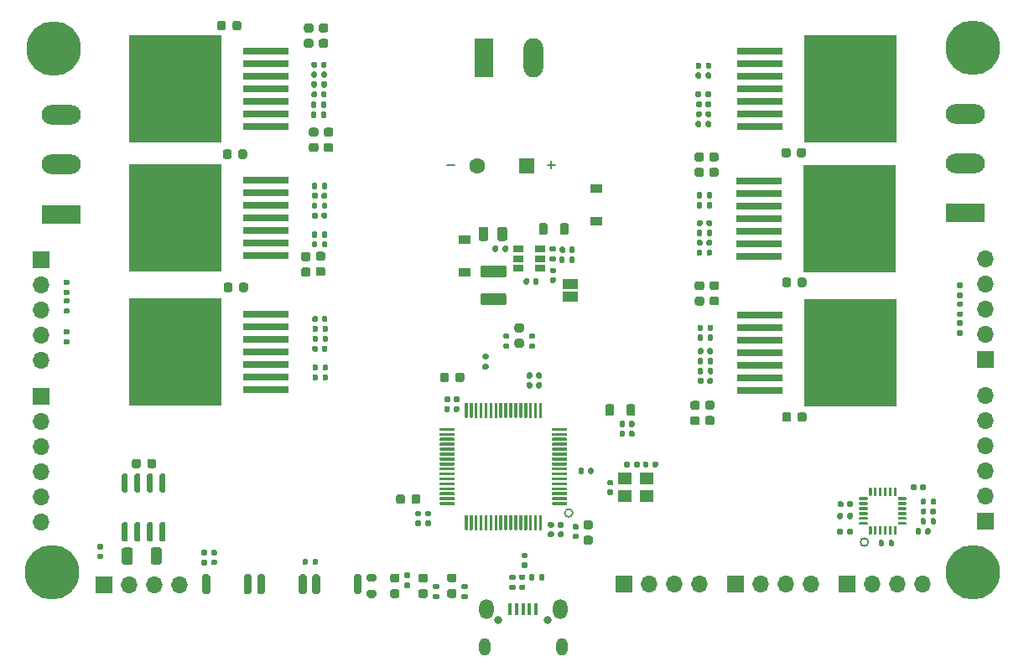
<source format=gbr>
%TF.GenerationSoftware,KiCad,Pcbnew,5.1.9-73d0e3b20d~88~ubuntu20.04.1*%
%TF.CreationDate,2021-02-13T15:49:50+00:00*%
%TF.ProjectId,driva-x2,64726976-612d-4783-922e-6b696361645f,rev?*%
%TF.SameCoordinates,Original*%
%TF.FileFunction,Soldermask,Top*%
%TF.FilePolarity,Negative*%
%FSLAX46Y46*%
G04 Gerber Fmt 4.6, Leading zero omitted, Abs format (unit mm)*
G04 Created by KiCad (PCBNEW 5.1.9-73d0e3b20d~88~ubuntu20.04.1) date 2021-02-13 15:49:50*
%MOMM*%
%LPD*%
G01*
G04 APERTURE LIST*
%ADD10C,0.150000*%
%ADD11R,1.500000X1.000000*%
%ADD12R,1.980000X3.960000*%
%ADD13O,1.980000X3.960000*%
%ADD14C,5.500000*%
%ADD15C,3.600000*%
%ADD16C,1.600000*%
%ADD17R,1.600000X1.600000*%
%ADD18R,1.060000X0.650000*%
%ADD19O,1.700000X1.700000*%
%ADD20R,1.700000X1.700000*%
%ADD21O,0.800000X0.800000*%
%ADD22O,1.150000X1.800000*%
%ADD23O,1.450000X2.000000*%
%ADD24R,0.450000X1.300000*%
%ADD25R,1.200000X0.900000*%
%ADD26R,1.400000X1.200000*%
%ADD27O,3.960000X1.980000*%
%ADD28R,3.960000X1.980000*%
%ADD29R,4.600000X0.800000*%
%ADD30R,9.400000X10.800000*%
G04 APERTURE END LIST*
D10*
X147850000Y-83450000D02*
G75*
G03*
X147850000Y-83450000I-400000J0D01*
G01*
X118000000Y-80500000D02*
G75*
G03*
X118000000Y-80500000I-400000J0D01*
G01*
X115469047Y-45321428D02*
X116230952Y-45321428D01*
X115850000Y-45702380D02*
X115850000Y-44940476D01*
X105319047Y-45371428D02*
X106080952Y-45371428D01*
%TO.C,U2*%
G36*
G01*
X76455000Y-81450000D02*
X76755000Y-81450000D01*
G75*
G02*
X76905000Y-81600000I0J-150000D01*
G01*
X76905000Y-83250000D01*
G75*
G02*
X76755000Y-83400000I-150000J0D01*
G01*
X76455000Y-83400000D01*
G75*
G02*
X76305000Y-83250000I0J150000D01*
G01*
X76305000Y-81600000D01*
G75*
G02*
X76455000Y-81450000I150000J0D01*
G01*
G37*
G36*
G01*
X75185000Y-81450000D02*
X75485000Y-81450000D01*
G75*
G02*
X75635000Y-81600000I0J-150000D01*
G01*
X75635000Y-83250000D01*
G75*
G02*
X75485000Y-83400000I-150000J0D01*
G01*
X75185000Y-83400000D01*
G75*
G02*
X75035000Y-83250000I0J150000D01*
G01*
X75035000Y-81600000D01*
G75*
G02*
X75185000Y-81450000I150000J0D01*
G01*
G37*
G36*
G01*
X73915000Y-81450000D02*
X74215000Y-81450000D01*
G75*
G02*
X74365000Y-81600000I0J-150000D01*
G01*
X74365000Y-83250000D01*
G75*
G02*
X74215000Y-83400000I-150000J0D01*
G01*
X73915000Y-83400000D01*
G75*
G02*
X73765000Y-83250000I0J150000D01*
G01*
X73765000Y-81600000D01*
G75*
G02*
X73915000Y-81450000I150000J0D01*
G01*
G37*
G36*
G01*
X72645000Y-81450000D02*
X72945000Y-81450000D01*
G75*
G02*
X73095000Y-81600000I0J-150000D01*
G01*
X73095000Y-83250000D01*
G75*
G02*
X72945000Y-83400000I-150000J0D01*
G01*
X72645000Y-83400000D01*
G75*
G02*
X72495000Y-83250000I0J150000D01*
G01*
X72495000Y-81600000D01*
G75*
G02*
X72645000Y-81450000I150000J0D01*
G01*
G37*
G36*
G01*
X72645000Y-76500000D02*
X72945000Y-76500000D01*
G75*
G02*
X73095000Y-76650000I0J-150000D01*
G01*
X73095000Y-78300000D01*
G75*
G02*
X72945000Y-78450000I-150000J0D01*
G01*
X72645000Y-78450000D01*
G75*
G02*
X72495000Y-78300000I0J150000D01*
G01*
X72495000Y-76650000D01*
G75*
G02*
X72645000Y-76500000I150000J0D01*
G01*
G37*
G36*
G01*
X73915000Y-76500000D02*
X74215000Y-76500000D01*
G75*
G02*
X74365000Y-76650000I0J-150000D01*
G01*
X74365000Y-78300000D01*
G75*
G02*
X74215000Y-78450000I-150000J0D01*
G01*
X73915000Y-78450000D01*
G75*
G02*
X73765000Y-78300000I0J150000D01*
G01*
X73765000Y-76650000D01*
G75*
G02*
X73915000Y-76500000I150000J0D01*
G01*
G37*
G36*
G01*
X75185000Y-76500000D02*
X75485000Y-76500000D01*
G75*
G02*
X75635000Y-76650000I0J-150000D01*
G01*
X75635000Y-78300000D01*
G75*
G02*
X75485000Y-78450000I-150000J0D01*
G01*
X75185000Y-78450000D01*
G75*
G02*
X75035000Y-78300000I0J150000D01*
G01*
X75035000Y-76650000D01*
G75*
G02*
X75185000Y-76500000I150000J0D01*
G01*
G37*
G36*
G01*
X76455000Y-76500000D02*
X76755000Y-76500000D01*
G75*
G02*
X76905000Y-76650000I0J-150000D01*
G01*
X76905000Y-78300000D01*
G75*
G02*
X76755000Y-78450000I-150000J0D01*
G01*
X76455000Y-78450000D01*
G75*
G02*
X76305000Y-78300000I0J150000D01*
G01*
X76305000Y-76650000D01*
G75*
G02*
X76455000Y-76500000I150000J0D01*
G01*
G37*
%TD*%
%TO.C,C21*%
G36*
G01*
X70470000Y-84200000D02*
X70130000Y-84200000D01*
G75*
G02*
X69990000Y-84060000I0J140000D01*
G01*
X69990000Y-83780000D01*
G75*
G02*
X70130000Y-83640000I140000J0D01*
G01*
X70470000Y-83640000D01*
G75*
G02*
X70610000Y-83780000I0J-140000D01*
G01*
X70610000Y-84060000D01*
G75*
G02*
X70470000Y-84200000I-140000J0D01*
G01*
G37*
G36*
G01*
X70470000Y-85160000D02*
X70130000Y-85160000D01*
G75*
G02*
X69990000Y-85020000I0J140000D01*
G01*
X69990000Y-84740000D01*
G75*
G02*
X70130000Y-84600000I140000J0D01*
G01*
X70470000Y-84600000D01*
G75*
G02*
X70610000Y-84740000I0J-140000D01*
G01*
X70610000Y-85020000D01*
G75*
G02*
X70470000Y-85160000I-140000J0D01*
G01*
G37*
%TD*%
D11*
%TO.C,JP1*%
X117750000Y-58650000D03*
X117750000Y-57350000D03*
%TD*%
%TO.C,C56*%
G36*
G01*
X91300000Y-55050000D02*
X90800000Y-55050000D01*
G75*
G02*
X90575000Y-54825000I0J225000D01*
G01*
X90575000Y-54375000D01*
G75*
G02*
X90800000Y-54150000I225000J0D01*
G01*
X91300000Y-54150000D01*
G75*
G02*
X91525000Y-54375000I0J-225000D01*
G01*
X91525000Y-54825000D01*
G75*
G02*
X91300000Y-55050000I-225000J0D01*
G01*
G37*
G36*
G01*
X91300000Y-56600000D02*
X90800000Y-56600000D01*
G75*
G02*
X90575000Y-56375000I0J225000D01*
G01*
X90575000Y-55925000D01*
G75*
G02*
X90800000Y-55700000I225000J0D01*
G01*
X91300000Y-55700000D01*
G75*
G02*
X91525000Y-55925000I0J-225000D01*
G01*
X91525000Y-56375000D01*
G75*
G02*
X91300000Y-56600000I-225000J0D01*
G01*
G37*
%TD*%
%TO.C,C55*%
G36*
G01*
X92800000Y-55000000D02*
X92300000Y-55000000D01*
G75*
G02*
X92075000Y-54775000I0J225000D01*
G01*
X92075000Y-54325000D01*
G75*
G02*
X92300000Y-54100000I225000J0D01*
G01*
X92800000Y-54100000D01*
G75*
G02*
X93025000Y-54325000I0J-225000D01*
G01*
X93025000Y-54775000D01*
G75*
G02*
X92800000Y-55000000I-225000J0D01*
G01*
G37*
G36*
G01*
X92800000Y-56550000D02*
X92300000Y-56550000D01*
G75*
G02*
X92075000Y-56325000I0J225000D01*
G01*
X92075000Y-55875000D01*
G75*
G02*
X92300000Y-55650000I225000J0D01*
G01*
X92800000Y-55650000D01*
G75*
G02*
X93025000Y-55875000I0J-225000D01*
G01*
X93025000Y-56325000D01*
G75*
G02*
X92800000Y-56550000I-225000J0D01*
G01*
G37*
%TD*%
%TO.C,C54*%
G36*
G01*
X84325000Y-57950000D02*
X84325000Y-57450000D01*
G75*
G02*
X84550000Y-57225000I225000J0D01*
G01*
X85000000Y-57225000D01*
G75*
G02*
X85225000Y-57450000I0J-225000D01*
G01*
X85225000Y-57950000D01*
G75*
G02*
X85000000Y-58175000I-225000J0D01*
G01*
X84550000Y-58175000D01*
G75*
G02*
X84325000Y-57950000I0J225000D01*
G01*
G37*
G36*
G01*
X82775000Y-57950000D02*
X82775000Y-57450000D01*
G75*
G02*
X83000000Y-57225000I225000J0D01*
G01*
X83450000Y-57225000D01*
G75*
G02*
X83675000Y-57450000I0J-225000D01*
G01*
X83675000Y-57950000D01*
G75*
G02*
X83450000Y-58175000I-225000J0D01*
G01*
X83000000Y-58175000D01*
G75*
G02*
X82775000Y-57950000I0J225000D01*
G01*
G37*
%TD*%
%TO.C,C51*%
G36*
G01*
X92100000Y-42475000D02*
X91600000Y-42475000D01*
G75*
G02*
X91375000Y-42250000I0J225000D01*
G01*
X91375000Y-41800000D01*
G75*
G02*
X91600000Y-41575000I225000J0D01*
G01*
X92100000Y-41575000D01*
G75*
G02*
X92325000Y-41800000I0J-225000D01*
G01*
X92325000Y-42250000D01*
G75*
G02*
X92100000Y-42475000I-225000J0D01*
G01*
G37*
G36*
G01*
X92100000Y-44025000D02*
X91600000Y-44025000D01*
G75*
G02*
X91375000Y-43800000I0J225000D01*
G01*
X91375000Y-43350000D01*
G75*
G02*
X91600000Y-43125000I225000J0D01*
G01*
X92100000Y-43125000D01*
G75*
G02*
X92325000Y-43350000I0J-225000D01*
G01*
X92325000Y-43800000D01*
G75*
G02*
X92100000Y-44025000I-225000J0D01*
G01*
G37*
%TD*%
%TO.C,C50*%
G36*
G01*
X93600000Y-42475000D02*
X93100000Y-42475000D01*
G75*
G02*
X92875000Y-42250000I0J225000D01*
G01*
X92875000Y-41800000D01*
G75*
G02*
X93100000Y-41575000I225000J0D01*
G01*
X93600000Y-41575000D01*
G75*
G02*
X93825000Y-41800000I0J-225000D01*
G01*
X93825000Y-42250000D01*
G75*
G02*
X93600000Y-42475000I-225000J0D01*
G01*
G37*
G36*
G01*
X93600000Y-44025000D02*
X93100000Y-44025000D01*
G75*
G02*
X92875000Y-43800000I0J225000D01*
G01*
X92875000Y-43350000D01*
G75*
G02*
X93100000Y-43125000I225000J0D01*
G01*
X93600000Y-43125000D01*
G75*
G02*
X93825000Y-43350000I0J-225000D01*
G01*
X93825000Y-43800000D01*
G75*
G02*
X93600000Y-44025000I-225000J0D01*
G01*
G37*
%TD*%
%TO.C,C49*%
G36*
G01*
X84225000Y-44500000D02*
X84225000Y-44000000D01*
G75*
G02*
X84450000Y-43775000I225000J0D01*
G01*
X84900000Y-43775000D01*
G75*
G02*
X85125000Y-44000000I0J-225000D01*
G01*
X85125000Y-44500000D01*
G75*
G02*
X84900000Y-44725000I-225000J0D01*
G01*
X84450000Y-44725000D01*
G75*
G02*
X84225000Y-44500000I0J225000D01*
G01*
G37*
G36*
G01*
X82675000Y-44500000D02*
X82675000Y-44000000D01*
G75*
G02*
X82900000Y-43775000I225000J0D01*
G01*
X83350000Y-43775000D01*
G75*
G02*
X83575000Y-44000000I0J-225000D01*
G01*
X83575000Y-44500000D01*
G75*
G02*
X83350000Y-44725000I-225000J0D01*
G01*
X82900000Y-44725000D01*
G75*
G02*
X82675000Y-44500000I0J225000D01*
G01*
G37*
%TD*%
%TO.C,C46*%
G36*
G01*
X92600000Y-32600000D02*
X93100000Y-32600000D01*
G75*
G02*
X93325000Y-32825000I0J-225000D01*
G01*
X93325000Y-33275000D01*
G75*
G02*
X93100000Y-33500000I-225000J0D01*
G01*
X92600000Y-33500000D01*
G75*
G02*
X92375000Y-33275000I0J225000D01*
G01*
X92375000Y-32825000D01*
G75*
G02*
X92600000Y-32600000I225000J0D01*
G01*
G37*
G36*
G01*
X92600000Y-31050000D02*
X93100000Y-31050000D01*
G75*
G02*
X93325000Y-31275000I0J-225000D01*
G01*
X93325000Y-31725000D01*
G75*
G02*
X93100000Y-31950000I-225000J0D01*
G01*
X92600000Y-31950000D01*
G75*
G02*
X92375000Y-31725000I0J225000D01*
G01*
X92375000Y-31275000D01*
G75*
G02*
X92600000Y-31050000I225000J0D01*
G01*
G37*
%TD*%
%TO.C,C45*%
G36*
G01*
X91100000Y-32600000D02*
X91600000Y-32600000D01*
G75*
G02*
X91825000Y-32825000I0J-225000D01*
G01*
X91825000Y-33275000D01*
G75*
G02*
X91600000Y-33500000I-225000J0D01*
G01*
X91100000Y-33500000D01*
G75*
G02*
X90875000Y-33275000I0J225000D01*
G01*
X90875000Y-32825000D01*
G75*
G02*
X91100000Y-32600000I225000J0D01*
G01*
G37*
G36*
G01*
X91100000Y-31050000D02*
X91600000Y-31050000D01*
G75*
G02*
X91825000Y-31275000I0J-225000D01*
G01*
X91825000Y-31725000D01*
G75*
G02*
X91600000Y-31950000I-225000J0D01*
G01*
X91100000Y-31950000D01*
G75*
G02*
X90875000Y-31725000I0J225000D01*
G01*
X90875000Y-31275000D01*
G75*
G02*
X91100000Y-31050000I225000J0D01*
G01*
G37*
%TD*%
%TO.C,C44*%
G36*
G01*
X83650000Y-31500000D02*
X83650000Y-31000000D01*
G75*
G02*
X83875000Y-30775000I225000J0D01*
G01*
X84325000Y-30775000D01*
G75*
G02*
X84550000Y-31000000I0J-225000D01*
G01*
X84550000Y-31500000D01*
G75*
G02*
X84325000Y-31725000I-225000J0D01*
G01*
X83875000Y-31725000D01*
G75*
G02*
X83650000Y-31500000I0J225000D01*
G01*
G37*
G36*
G01*
X82100000Y-31500000D02*
X82100000Y-31000000D01*
G75*
G02*
X82325000Y-30775000I225000J0D01*
G01*
X82775000Y-30775000D01*
G75*
G02*
X83000000Y-31000000I0J-225000D01*
G01*
X83000000Y-31500000D01*
G75*
G02*
X82775000Y-31725000I-225000J0D01*
G01*
X82325000Y-31725000D01*
G75*
G02*
X82100000Y-31500000I0J225000D01*
G01*
G37*
%TD*%
%TO.C,C38*%
G36*
G01*
X131600000Y-70700000D02*
X132100000Y-70700000D01*
G75*
G02*
X132325000Y-70925000I0J-225000D01*
G01*
X132325000Y-71375000D01*
G75*
G02*
X132100000Y-71600000I-225000J0D01*
G01*
X131600000Y-71600000D01*
G75*
G02*
X131375000Y-71375000I0J225000D01*
G01*
X131375000Y-70925000D01*
G75*
G02*
X131600000Y-70700000I225000J0D01*
G01*
G37*
G36*
G01*
X131600000Y-69150000D02*
X132100000Y-69150000D01*
G75*
G02*
X132325000Y-69375000I0J-225000D01*
G01*
X132325000Y-69825000D01*
G75*
G02*
X132100000Y-70050000I-225000J0D01*
G01*
X131600000Y-70050000D01*
G75*
G02*
X131375000Y-69825000I0J225000D01*
G01*
X131375000Y-69375000D01*
G75*
G02*
X131600000Y-69150000I225000J0D01*
G01*
G37*
%TD*%
%TO.C,C37*%
G36*
G01*
X130100000Y-70725000D02*
X130600000Y-70725000D01*
G75*
G02*
X130825000Y-70950000I0J-225000D01*
G01*
X130825000Y-71400000D01*
G75*
G02*
X130600000Y-71625000I-225000J0D01*
G01*
X130100000Y-71625000D01*
G75*
G02*
X129875000Y-71400000I0J225000D01*
G01*
X129875000Y-70950000D01*
G75*
G02*
X130100000Y-70725000I225000J0D01*
G01*
G37*
G36*
G01*
X130100000Y-69175000D02*
X130600000Y-69175000D01*
G75*
G02*
X130825000Y-69400000I0J-225000D01*
G01*
X130825000Y-69850000D01*
G75*
G02*
X130600000Y-70075000I-225000J0D01*
G01*
X130100000Y-70075000D01*
G75*
G02*
X129875000Y-69850000I0J225000D01*
G01*
X129875000Y-69400000D01*
G75*
G02*
X130100000Y-69175000I225000J0D01*
G01*
G37*
%TD*%
%TO.C,C36*%
G36*
G01*
X140055000Y-70550000D02*
X140055000Y-71050000D01*
G75*
G02*
X139830000Y-71275000I-225000J0D01*
G01*
X139380000Y-71275000D01*
G75*
G02*
X139155000Y-71050000I0J225000D01*
G01*
X139155000Y-70550000D01*
G75*
G02*
X139380000Y-70325000I225000J0D01*
G01*
X139830000Y-70325000D01*
G75*
G02*
X140055000Y-70550000I0J-225000D01*
G01*
G37*
G36*
G01*
X141605000Y-70550000D02*
X141605000Y-71050000D01*
G75*
G02*
X141380000Y-71275000I-225000J0D01*
G01*
X140930000Y-71275000D01*
G75*
G02*
X140705000Y-71050000I0J225000D01*
G01*
X140705000Y-70550000D01*
G75*
G02*
X140930000Y-70325000I225000J0D01*
G01*
X141380000Y-70325000D01*
G75*
G02*
X141605000Y-70550000I0J-225000D01*
G01*
G37*
%TD*%
%TO.C,C33*%
G36*
G01*
X130550000Y-58645000D02*
X131050000Y-58645000D01*
G75*
G02*
X131275000Y-58870000I0J-225000D01*
G01*
X131275000Y-59320000D01*
G75*
G02*
X131050000Y-59545000I-225000J0D01*
G01*
X130550000Y-59545000D01*
G75*
G02*
X130325000Y-59320000I0J225000D01*
G01*
X130325000Y-58870000D01*
G75*
G02*
X130550000Y-58645000I225000J0D01*
G01*
G37*
G36*
G01*
X130550000Y-57095000D02*
X131050000Y-57095000D01*
G75*
G02*
X131275000Y-57320000I0J-225000D01*
G01*
X131275000Y-57770000D01*
G75*
G02*
X131050000Y-57995000I-225000J0D01*
G01*
X130550000Y-57995000D01*
G75*
G02*
X130325000Y-57770000I0J225000D01*
G01*
X130325000Y-57320000D01*
G75*
G02*
X130550000Y-57095000I225000J0D01*
G01*
G37*
%TD*%
%TO.C,C32*%
G36*
G01*
X132050000Y-58625000D02*
X132550000Y-58625000D01*
G75*
G02*
X132775000Y-58850000I0J-225000D01*
G01*
X132775000Y-59300000D01*
G75*
G02*
X132550000Y-59525000I-225000J0D01*
G01*
X132050000Y-59525000D01*
G75*
G02*
X131825000Y-59300000I0J225000D01*
G01*
X131825000Y-58850000D01*
G75*
G02*
X132050000Y-58625000I225000J0D01*
G01*
G37*
G36*
G01*
X132050000Y-57075000D02*
X132550000Y-57075000D01*
G75*
G02*
X132775000Y-57300000I0J-225000D01*
G01*
X132775000Y-57750000D01*
G75*
G02*
X132550000Y-57975000I-225000J0D01*
G01*
X132050000Y-57975000D01*
G75*
G02*
X131825000Y-57750000I0J225000D01*
G01*
X131825000Y-57300000D01*
G75*
G02*
X132050000Y-57075000I225000J0D01*
G01*
G37*
%TD*%
%TO.C,C31*%
G36*
G01*
X140055000Y-56950000D02*
X140055000Y-57450000D01*
G75*
G02*
X139830000Y-57675000I-225000J0D01*
G01*
X139380000Y-57675000D01*
G75*
G02*
X139155000Y-57450000I0J225000D01*
G01*
X139155000Y-56950000D01*
G75*
G02*
X139380000Y-56725000I225000J0D01*
G01*
X139830000Y-56725000D01*
G75*
G02*
X140055000Y-56950000I0J-225000D01*
G01*
G37*
G36*
G01*
X141605000Y-56950000D02*
X141605000Y-57450000D01*
G75*
G02*
X141380000Y-57675000I-225000J0D01*
G01*
X140930000Y-57675000D01*
G75*
G02*
X140705000Y-57450000I0J225000D01*
G01*
X140705000Y-56950000D01*
G75*
G02*
X140930000Y-56725000I225000J0D01*
G01*
X141380000Y-56725000D01*
G75*
G02*
X141605000Y-56950000I0J-225000D01*
G01*
G37*
%TD*%
%TO.C,C28*%
G36*
G01*
X130525000Y-45625000D02*
X131025000Y-45625000D01*
G75*
G02*
X131250000Y-45850000I0J-225000D01*
G01*
X131250000Y-46300000D01*
G75*
G02*
X131025000Y-46525000I-225000J0D01*
G01*
X130525000Y-46525000D01*
G75*
G02*
X130300000Y-46300000I0J225000D01*
G01*
X130300000Y-45850000D01*
G75*
G02*
X130525000Y-45625000I225000J0D01*
G01*
G37*
G36*
G01*
X130525000Y-44075000D02*
X131025000Y-44075000D01*
G75*
G02*
X131250000Y-44300000I0J-225000D01*
G01*
X131250000Y-44750000D01*
G75*
G02*
X131025000Y-44975000I-225000J0D01*
G01*
X130525000Y-44975000D01*
G75*
G02*
X130300000Y-44750000I0J225000D01*
G01*
X130300000Y-44300000D01*
G75*
G02*
X130525000Y-44075000I225000J0D01*
G01*
G37*
%TD*%
%TO.C,C27*%
G36*
G01*
X132000000Y-45625000D02*
X132500000Y-45625000D01*
G75*
G02*
X132725000Y-45850000I0J-225000D01*
G01*
X132725000Y-46300000D01*
G75*
G02*
X132500000Y-46525000I-225000J0D01*
G01*
X132000000Y-46525000D01*
G75*
G02*
X131775000Y-46300000I0J225000D01*
G01*
X131775000Y-45850000D01*
G75*
G02*
X132000000Y-45625000I225000J0D01*
G01*
G37*
G36*
G01*
X132000000Y-44075000D02*
X132500000Y-44075000D01*
G75*
G02*
X132725000Y-44300000I0J-225000D01*
G01*
X132725000Y-44750000D01*
G75*
G02*
X132500000Y-44975000I-225000J0D01*
G01*
X132000000Y-44975000D01*
G75*
G02*
X131775000Y-44750000I0J225000D01*
G01*
X131775000Y-44300000D01*
G75*
G02*
X132000000Y-44075000I225000J0D01*
G01*
G37*
%TD*%
%TO.C,C26*%
G36*
G01*
X139995000Y-43850000D02*
X139995000Y-44350000D01*
G75*
G02*
X139770000Y-44575000I-225000J0D01*
G01*
X139320000Y-44575000D01*
G75*
G02*
X139095000Y-44350000I0J225000D01*
G01*
X139095000Y-43850000D01*
G75*
G02*
X139320000Y-43625000I225000J0D01*
G01*
X139770000Y-43625000D01*
G75*
G02*
X139995000Y-43850000I0J-225000D01*
G01*
G37*
G36*
G01*
X141545000Y-43850000D02*
X141545000Y-44350000D01*
G75*
G02*
X141320000Y-44575000I-225000J0D01*
G01*
X140870000Y-44575000D01*
G75*
G02*
X140645000Y-44350000I0J225000D01*
G01*
X140645000Y-43850000D01*
G75*
G02*
X140870000Y-43625000I225000J0D01*
G01*
X141320000Y-43625000D01*
G75*
G02*
X141545000Y-43850000I0J-225000D01*
G01*
G37*
%TD*%
%TO.C,R52*%
G36*
G01*
X149900000Y-83735000D02*
X149900000Y-83365000D01*
G75*
G02*
X150035000Y-83230000I135000J0D01*
G01*
X150305000Y-83230000D01*
G75*
G02*
X150440000Y-83365000I0J-135000D01*
G01*
X150440000Y-83735000D01*
G75*
G02*
X150305000Y-83870000I-135000J0D01*
G01*
X150035000Y-83870000D01*
G75*
G02*
X149900000Y-83735000I0J135000D01*
G01*
G37*
G36*
G01*
X148880000Y-83735000D02*
X148880000Y-83365000D01*
G75*
G02*
X149015000Y-83230000I135000J0D01*
G01*
X149285000Y-83230000D01*
G75*
G02*
X149420000Y-83365000I0J-135000D01*
G01*
X149420000Y-83735000D01*
G75*
G02*
X149285000Y-83870000I-135000J0D01*
G01*
X149015000Y-83870000D01*
G75*
G02*
X148880000Y-83735000I0J135000D01*
G01*
G37*
%TD*%
%TO.C,R51*%
G36*
G01*
X154150000Y-79535000D02*
X154150000Y-79165000D01*
G75*
G02*
X154285000Y-79030000I135000J0D01*
G01*
X154555000Y-79030000D01*
G75*
G02*
X154690000Y-79165000I0J-135000D01*
G01*
X154690000Y-79535000D01*
G75*
G02*
X154555000Y-79670000I-135000J0D01*
G01*
X154285000Y-79670000D01*
G75*
G02*
X154150000Y-79535000I0J135000D01*
G01*
G37*
G36*
G01*
X153130000Y-79535000D02*
X153130000Y-79165000D01*
G75*
G02*
X153265000Y-79030000I135000J0D01*
G01*
X153535000Y-79030000D01*
G75*
G02*
X153670000Y-79165000I0J-135000D01*
G01*
X153670000Y-79535000D01*
G75*
G02*
X153535000Y-79670000I-135000J0D01*
G01*
X153265000Y-79670000D01*
G75*
G02*
X153130000Y-79535000I0J135000D01*
G01*
G37*
%TD*%
%TO.C,R14*%
G36*
G01*
X75400000Y-85475001D02*
X75400000Y-84224999D01*
G75*
G02*
X75649999Y-83975000I249999J0D01*
G01*
X76275001Y-83975000D01*
G75*
G02*
X76525000Y-84224999I0J-249999D01*
G01*
X76525000Y-85475001D01*
G75*
G02*
X76275001Y-85725000I-249999J0D01*
G01*
X75649999Y-85725000D01*
G75*
G02*
X75400000Y-85475001I0J249999D01*
G01*
G37*
G36*
G01*
X72475000Y-85475001D02*
X72475000Y-84224999D01*
G75*
G02*
X72724999Y-83975000I249999J0D01*
G01*
X73350001Y-83975000D01*
G75*
G02*
X73600000Y-84224999I0J-249999D01*
G01*
X73600000Y-85475001D01*
G75*
G02*
X73350001Y-85725000I-249999J0D01*
G01*
X72724999Y-85725000D01*
G75*
G02*
X72475000Y-85475001I0J249999D01*
G01*
G37*
%TD*%
D12*
%TO.C,J11*%
X109050000Y-34500000D03*
D13*
X114050000Y-34500000D03*
%TD*%
%TO.C,R11*%
G36*
G01*
X97425000Y-86625000D02*
X97975000Y-86625000D01*
G75*
G02*
X98175000Y-86825000I0J-200000D01*
G01*
X98175000Y-87225000D01*
G75*
G02*
X97975000Y-87425000I-200000J0D01*
G01*
X97425000Y-87425000D01*
G75*
G02*
X97225000Y-87225000I0J200000D01*
G01*
X97225000Y-86825000D01*
G75*
G02*
X97425000Y-86625000I200000J0D01*
G01*
G37*
G36*
G01*
X97425000Y-88275000D02*
X97975000Y-88275000D01*
G75*
G02*
X98175000Y-88475000I0J-200000D01*
G01*
X98175000Y-88875000D01*
G75*
G02*
X97975000Y-89075000I-200000J0D01*
G01*
X97425000Y-89075000D01*
G75*
G02*
X97225000Y-88875000I0J200000D01*
G01*
X97225000Y-88475000D01*
G75*
G02*
X97425000Y-88275000I200000J0D01*
G01*
G37*
%TD*%
D14*
%TO.C,H4*%
X65400000Y-86500000D03*
D15*
X65400000Y-86500000D03*
%TD*%
D14*
%TO.C,H3*%
X158400000Y-86500000D03*
D15*
X158400000Y-86500000D03*
%TD*%
D14*
%TO.C,H2*%
X158400000Y-33500000D03*
D15*
X158400000Y-33500000D03*
%TD*%
D14*
%TO.C,H1*%
X65600000Y-33600000D03*
D15*
X65600000Y-33600000D03*
%TD*%
D16*
%TO.C,C60*%
X108350000Y-45450000D03*
D17*
X113350000Y-45450000D03*
%TD*%
%TO.C,C11*%
G36*
G01*
X114000000Y-57270000D02*
X114000000Y-56930000D01*
G75*
G02*
X114140000Y-56790000I140000J0D01*
G01*
X114420000Y-56790000D01*
G75*
G02*
X114560000Y-56930000I0J-140000D01*
G01*
X114560000Y-57270000D01*
G75*
G02*
X114420000Y-57410000I-140000J0D01*
G01*
X114140000Y-57410000D01*
G75*
G02*
X114000000Y-57270000I0J140000D01*
G01*
G37*
G36*
G01*
X113040000Y-57270000D02*
X113040000Y-56930000D01*
G75*
G02*
X113180000Y-56790000I140000J0D01*
G01*
X113460000Y-56790000D01*
G75*
G02*
X113600000Y-56930000I0J-140000D01*
G01*
X113600000Y-57270000D01*
G75*
G02*
X113460000Y-57410000I-140000J0D01*
G01*
X113180000Y-57410000D01*
G75*
G02*
X113040000Y-57270000I0J140000D01*
G01*
G37*
%TD*%
%TO.C,C59*%
G36*
G01*
X117650000Y-54070000D02*
X117650000Y-53730000D01*
G75*
G02*
X117790000Y-53590000I140000J0D01*
G01*
X118070000Y-53590000D01*
G75*
G02*
X118210000Y-53730000I0J-140000D01*
G01*
X118210000Y-54070000D01*
G75*
G02*
X118070000Y-54210000I-140000J0D01*
G01*
X117790000Y-54210000D01*
G75*
G02*
X117650000Y-54070000I0J140000D01*
G01*
G37*
G36*
G01*
X116690000Y-54070000D02*
X116690000Y-53730000D01*
G75*
G02*
X116830000Y-53590000I140000J0D01*
G01*
X117110000Y-53590000D01*
G75*
G02*
X117250000Y-53730000I0J-140000D01*
G01*
X117250000Y-54070000D01*
G75*
G02*
X117110000Y-54210000I-140000J0D01*
G01*
X116830000Y-54210000D01*
G75*
G02*
X116690000Y-54070000I0J140000D01*
G01*
G37*
%TD*%
%TO.C,C12*%
G36*
G01*
X115830000Y-56680000D02*
X116170000Y-56680000D01*
G75*
G02*
X116310000Y-56820000I0J-140000D01*
G01*
X116310000Y-57100000D01*
G75*
G02*
X116170000Y-57240000I-140000J0D01*
G01*
X115830000Y-57240000D01*
G75*
G02*
X115690000Y-57100000I0J140000D01*
G01*
X115690000Y-56820000D01*
G75*
G02*
X115830000Y-56680000I140000J0D01*
G01*
G37*
G36*
G01*
X115830000Y-55720000D02*
X116170000Y-55720000D01*
G75*
G02*
X116310000Y-55860000I0J-140000D01*
G01*
X116310000Y-56140000D01*
G75*
G02*
X116170000Y-56280000I-140000J0D01*
G01*
X115830000Y-56280000D01*
G75*
G02*
X115690000Y-56140000I0J140000D01*
G01*
X115690000Y-55860000D01*
G75*
G02*
X115830000Y-55720000I140000J0D01*
G01*
G37*
%TD*%
D18*
%TO.C,U1*%
X112500000Y-54800000D03*
X112500000Y-55750000D03*
X112500000Y-53850000D03*
X114700000Y-53850000D03*
X114700000Y-54800000D03*
X114700000Y-55750000D03*
%TD*%
%TO.C,R50*%
G36*
G01*
X115815000Y-54550000D02*
X116185000Y-54550000D01*
G75*
G02*
X116320000Y-54685000I0J-135000D01*
G01*
X116320000Y-54955000D01*
G75*
G02*
X116185000Y-55090000I-135000J0D01*
G01*
X115815000Y-55090000D01*
G75*
G02*
X115680000Y-54955000I0J135000D01*
G01*
X115680000Y-54685000D01*
G75*
G02*
X115815000Y-54550000I135000J0D01*
G01*
G37*
G36*
G01*
X115815000Y-53530000D02*
X116185000Y-53530000D01*
G75*
G02*
X116320000Y-53665000I0J-135000D01*
G01*
X116320000Y-53935000D01*
G75*
G02*
X116185000Y-54070000I-135000J0D01*
G01*
X115815000Y-54070000D01*
G75*
G02*
X115680000Y-53935000I0J135000D01*
G01*
X115680000Y-53665000D01*
G75*
G02*
X115815000Y-53530000I135000J0D01*
G01*
G37*
%TD*%
%TO.C,R49*%
G36*
G01*
X117170000Y-54715000D02*
X117170000Y-55085000D01*
G75*
G02*
X117035000Y-55220000I-135000J0D01*
G01*
X116765000Y-55220000D01*
G75*
G02*
X116630000Y-55085000I0J135000D01*
G01*
X116630000Y-54715000D01*
G75*
G02*
X116765000Y-54580000I135000J0D01*
G01*
X117035000Y-54580000D01*
G75*
G02*
X117170000Y-54715000I0J-135000D01*
G01*
G37*
G36*
G01*
X118190000Y-54715000D02*
X118190000Y-55085000D01*
G75*
G02*
X118055000Y-55220000I-135000J0D01*
G01*
X117785000Y-55220000D01*
G75*
G02*
X117650000Y-55085000I0J135000D01*
G01*
X117650000Y-54715000D01*
G75*
G02*
X117785000Y-54580000I135000J0D01*
G01*
X118055000Y-54580000D01*
G75*
G02*
X118190000Y-54715000I0J-135000D01*
G01*
G37*
%TD*%
%TO.C,R48*%
G36*
G01*
X154140000Y-81535000D02*
X154140000Y-81165000D01*
G75*
G02*
X154275000Y-81030000I135000J0D01*
G01*
X154545000Y-81030000D01*
G75*
G02*
X154680000Y-81165000I0J-135000D01*
G01*
X154680000Y-81535000D01*
G75*
G02*
X154545000Y-81670000I-135000J0D01*
G01*
X154275000Y-81670000D01*
G75*
G02*
X154140000Y-81535000I0J135000D01*
G01*
G37*
G36*
G01*
X153120000Y-81535000D02*
X153120000Y-81165000D01*
G75*
G02*
X153255000Y-81030000I135000J0D01*
G01*
X153525000Y-81030000D01*
G75*
G02*
X153660000Y-81165000I0J-135000D01*
G01*
X153660000Y-81535000D01*
G75*
G02*
X153525000Y-81670000I-135000J0D01*
G01*
X153255000Y-81670000D01*
G75*
G02*
X153120000Y-81535000I0J135000D01*
G01*
G37*
%TD*%
%TO.C,R47*%
G36*
G01*
X145740000Y-82585000D02*
X145740000Y-82215000D01*
G75*
G02*
X145875000Y-82080000I135000J0D01*
G01*
X146145000Y-82080000D01*
G75*
G02*
X146280000Y-82215000I0J-135000D01*
G01*
X146280000Y-82585000D01*
G75*
G02*
X146145000Y-82720000I-135000J0D01*
G01*
X145875000Y-82720000D01*
G75*
G02*
X145740000Y-82585000I0J135000D01*
G01*
G37*
G36*
G01*
X144720000Y-82585000D02*
X144720000Y-82215000D01*
G75*
G02*
X144855000Y-82080000I135000J0D01*
G01*
X145125000Y-82080000D01*
G75*
G02*
X145260000Y-82215000I0J-135000D01*
G01*
X145260000Y-82585000D01*
G75*
G02*
X145125000Y-82720000I-135000J0D01*
G01*
X144855000Y-82720000D01*
G75*
G02*
X144720000Y-82585000I0J135000D01*
G01*
G37*
%TD*%
%TO.C,R46*%
G36*
G01*
X145740000Y-80985000D02*
X145740000Y-80615000D01*
G75*
G02*
X145875000Y-80480000I135000J0D01*
G01*
X146145000Y-80480000D01*
G75*
G02*
X146280000Y-80615000I0J-135000D01*
G01*
X146280000Y-80985000D01*
G75*
G02*
X146145000Y-81120000I-135000J0D01*
G01*
X145875000Y-81120000D01*
G75*
G02*
X145740000Y-80985000I0J135000D01*
G01*
G37*
G36*
G01*
X144720000Y-80985000D02*
X144720000Y-80615000D01*
G75*
G02*
X144855000Y-80480000I135000J0D01*
G01*
X145125000Y-80480000D01*
G75*
G02*
X145260000Y-80615000I0J-135000D01*
G01*
X145260000Y-80985000D01*
G75*
G02*
X145125000Y-81120000I-135000J0D01*
G01*
X144855000Y-81120000D01*
G75*
G02*
X144720000Y-80985000I0J135000D01*
G01*
G37*
%TD*%
%TO.C,R45*%
G36*
G01*
X110460000Y-53615000D02*
X110460000Y-53985000D01*
G75*
G02*
X110325000Y-54120000I-135000J0D01*
G01*
X110055000Y-54120000D01*
G75*
G02*
X109920000Y-53985000I0J135000D01*
G01*
X109920000Y-53615000D01*
G75*
G02*
X110055000Y-53480000I135000J0D01*
G01*
X110325000Y-53480000D01*
G75*
G02*
X110460000Y-53615000I0J-135000D01*
G01*
G37*
G36*
G01*
X111480000Y-53615000D02*
X111480000Y-53985000D01*
G75*
G02*
X111345000Y-54120000I-135000J0D01*
G01*
X111075000Y-54120000D01*
G75*
G02*
X110940000Y-53985000I0J135000D01*
G01*
X110940000Y-53615000D01*
G75*
G02*
X111075000Y-53480000I135000J0D01*
G01*
X111345000Y-53480000D01*
G75*
G02*
X111480000Y-53615000I0J-135000D01*
G01*
G37*
%TD*%
%TO.C,L1*%
G36*
G01*
X108925000Y-58275000D02*
X111075000Y-58275000D01*
G75*
G02*
X111325000Y-58525000I0J-250000D01*
G01*
X111325000Y-59275000D01*
G75*
G02*
X111075000Y-59525000I-250000J0D01*
G01*
X108925000Y-59525000D01*
G75*
G02*
X108675000Y-59275000I0J250000D01*
G01*
X108675000Y-58525000D01*
G75*
G02*
X108925000Y-58275000I250000J0D01*
G01*
G37*
G36*
G01*
X108925000Y-55475000D02*
X111075000Y-55475000D01*
G75*
G02*
X111325000Y-55725000I0J-250000D01*
G01*
X111325000Y-56475000D01*
G75*
G02*
X111075000Y-56725000I-250000J0D01*
G01*
X108925000Y-56725000D01*
G75*
G02*
X108675000Y-56475000I0J250000D01*
G01*
X108675000Y-55725000D01*
G75*
G02*
X108925000Y-55475000I250000J0D01*
G01*
G37*
%TD*%
D19*
%TO.C,J12*%
X153320000Y-87650000D03*
X150780000Y-87650000D03*
X148240000Y-87650000D03*
D20*
X145700000Y-87650000D03*
%TD*%
D21*
%TO.C,J3*%
X115500000Y-91300000D03*
X110500000Y-91300000D03*
D22*
X116875000Y-94050000D03*
X109125000Y-94050000D03*
D23*
X116725000Y-90250000D03*
X109275000Y-90250000D03*
D24*
X114300000Y-90200000D03*
X113650000Y-90200000D03*
X113000000Y-90200000D03*
X112350000Y-90200000D03*
X111700000Y-90200000D03*
%TD*%
D25*
%TO.C,D5*%
X107100000Y-52900000D03*
X107100000Y-56200000D03*
%TD*%
%TO.C,C61*%
G36*
G01*
X153580000Y-82520000D02*
X153580000Y-82180000D01*
G75*
G02*
X153720000Y-82040000I140000J0D01*
G01*
X154000000Y-82040000D01*
G75*
G02*
X154140000Y-82180000I0J-140000D01*
G01*
X154140000Y-82520000D01*
G75*
G02*
X154000000Y-82660000I-140000J0D01*
G01*
X153720000Y-82660000D01*
G75*
G02*
X153580000Y-82520000I0J140000D01*
G01*
G37*
G36*
G01*
X152620000Y-82520000D02*
X152620000Y-82180000D01*
G75*
G02*
X152760000Y-82040000I140000J0D01*
G01*
X153040000Y-82040000D01*
G75*
G02*
X153180000Y-82180000I0J-140000D01*
G01*
X153180000Y-82520000D01*
G75*
G02*
X153040000Y-82660000I-140000J0D01*
G01*
X152760000Y-82660000D01*
G75*
G02*
X152620000Y-82520000I0J140000D01*
G01*
G37*
%TD*%
%TO.C,C13*%
G36*
G01*
X110400000Y-52775000D02*
X110400000Y-51825000D01*
G75*
G02*
X110650000Y-51575000I250000J0D01*
G01*
X111150000Y-51575000D01*
G75*
G02*
X111400000Y-51825000I0J-250000D01*
G01*
X111400000Y-52775000D01*
G75*
G02*
X111150000Y-53025000I-250000J0D01*
G01*
X110650000Y-53025000D01*
G75*
G02*
X110400000Y-52775000I0J250000D01*
G01*
G37*
G36*
G01*
X108500000Y-52775000D02*
X108500000Y-51825000D01*
G75*
G02*
X108750000Y-51575000I250000J0D01*
G01*
X109250000Y-51575000D01*
G75*
G02*
X109500000Y-51825000I0J-250000D01*
G01*
X109500000Y-52775000D01*
G75*
G02*
X109250000Y-53025000I-250000J0D01*
G01*
X108750000Y-53025000D01*
G75*
G02*
X108500000Y-52775000I0J250000D01*
G01*
G37*
%TD*%
%TO.C,C1*%
G36*
G01*
X119800000Y-82150000D02*
X119300000Y-82150000D01*
G75*
G02*
X119075000Y-81925000I0J225000D01*
G01*
X119075000Y-81475000D01*
G75*
G02*
X119300000Y-81250000I225000J0D01*
G01*
X119800000Y-81250000D01*
G75*
G02*
X120025000Y-81475000I0J-225000D01*
G01*
X120025000Y-81925000D01*
G75*
G02*
X119800000Y-82150000I-225000J0D01*
G01*
G37*
G36*
G01*
X119800000Y-83700000D02*
X119300000Y-83700000D01*
G75*
G02*
X119075000Y-83475000I0J225000D01*
G01*
X119075000Y-83025000D01*
G75*
G02*
X119300000Y-82800000I225000J0D01*
G01*
X119800000Y-82800000D01*
G75*
G02*
X120025000Y-83025000I0J-225000D01*
G01*
X120025000Y-83475000D01*
G75*
G02*
X119800000Y-83700000I-225000J0D01*
G01*
G37*
%TD*%
%TO.C,C2*%
G36*
G01*
X113920000Y-66430000D02*
X113920000Y-66770000D01*
G75*
G02*
X113780000Y-66910000I-140000J0D01*
G01*
X113500000Y-66910000D01*
G75*
G02*
X113360000Y-66770000I0J140000D01*
G01*
X113360000Y-66430000D01*
G75*
G02*
X113500000Y-66290000I140000J0D01*
G01*
X113780000Y-66290000D01*
G75*
G02*
X113920000Y-66430000I0J-140000D01*
G01*
G37*
G36*
G01*
X114880000Y-66430000D02*
X114880000Y-66770000D01*
G75*
G02*
X114740000Y-66910000I-140000J0D01*
G01*
X114460000Y-66910000D01*
G75*
G02*
X114320000Y-66770000I0J140000D01*
G01*
X114320000Y-66430000D01*
G75*
G02*
X114460000Y-66290000I140000J0D01*
G01*
X114740000Y-66290000D01*
G75*
G02*
X114880000Y-66430000I0J-140000D01*
G01*
G37*
%TD*%
%TO.C,C3*%
G36*
G01*
X114880000Y-67430000D02*
X114880000Y-67770000D01*
G75*
G02*
X114740000Y-67910000I-140000J0D01*
G01*
X114460000Y-67910000D01*
G75*
G02*
X114320000Y-67770000I0J140000D01*
G01*
X114320000Y-67430000D01*
G75*
G02*
X114460000Y-67290000I140000J0D01*
G01*
X114740000Y-67290000D01*
G75*
G02*
X114880000Y-67430000I0J-140000D01*
G01*
G37*
G36*
G01*
X113920000Y-67430000D02*
X113920000Y-67770000D01*
G75*
G02*
X113780000Y-67910000I-140000J0D01*
G01*
X113500000Y-67910000D01*
G75*
G02*
X113360000Y-67770000I0J140000D01*
G01*
X113360000Y-67430000D01*
G75*
G02*
X113500000Y-67290000I140000J0D01*
G01*
X113780000Y-67290000D01*
G75*
G02*
X113920000Y-67430000I0J-140000D01*
G01*
G37*
%TD*%
%TO.C,C4*%
G36*
G01*
X115970000Y-82940000D02*
X115630000Y-82940000D01*
G75*
G02*
X115490000Y-82800000I0J140000D01*
G01*
X115490000Y-82520000D01*
G75*
G02*
X115630000Y-82380000I140000J0D01*
G01*
X115970000Y-82380000D01*
G75*
G02*
X116110000Y-82520000I0J-140000D01*
G01*
X116110000Y-82800000D01*
G75*
G02*
X115970000Y-82940000I-140000J0D01*
G01*
G37*
G36*
G01*
X115970000Y-81980000D02*
X115630000Y-81980000D01*
G75*
G02*
X115490000Y-81840000I0J140000D01*
G01*
X115490000Y-81560000D01*
G75*
G02*
X115630000Y-81420000I140000J0D01*
G01*
X115970000Y-81420000D01*
G75*
G02*
X116110000Y-81560000I0J-140000D01*
G01*
X116110000Y-81840000D01*
G75*
G02*
X115970000Y-81980000I-140000J0D01*
G01*
G37*
%TD*%
%TO.C,C5*%
G36*
G01*
X102570000Y-81810000D02*
X102230000Y-81810000D01*
G75*
G02*
X102090000Y-81670000I0J140000D01*
G01*
X102090000Y-81390000D01*
G75*
G02*
X102230000Y-81250000I140000J0D01*
G01*
X102570000Y-81250000D01*
G75*
G02*
X102710000Y-81390000I0J-140000D01*
G01*
X102710000Y-81670000D01*
G75*
G02*
X102570000Y-81810000I-140000J0D01*
G01*
G37*
G36*
G01*
X102570000Y-80850000D02*
X102230000Y-80850000D01*
G75*
G02*
X102090000Y-80710000I0J140000D01*
G01*
X102090000Y-80430000D01*
G75*
G02*
X102230000Y-80290000I140000J0D01*
G01*
X102570000Y-80290000D01*
G75*
G02*
X102710000Y-80430000I0J-140000D01*
G01*
X102710000Y-80710000D01*
G75*
G02*
X102570000Y-80850000I-140000J0D01*
G01*
G37*
%TD*%
%TO.C,C6*%
G36*
G01*
X118470000Y-82180000D02*
X118130000Y-82180000D01*
G75*
G02*
X117990000Y-82040000I0J140000D01*
G01*
X117990000Y-81760000D01*
G75*
G02*
X118130000Y-81620000I140000J0D01*
G01*
X118470000Y-81620000D01*
G75*
G02*
X118610000Y-81760000I0J-140000D01*
G01*
X118610000Y-82040000D01*
G75*
G02*
X118470000Y-82180000I-140000J0D01*
G01*
G37*
G36*
G01*
X118470000Y-83140000D02*
X118130000Y-83140000D01*
G75*
G02*
X117990000Y-83000000I0J140000D01*
G01*
X117990000Y-82720000D01*
G75*
G02*
X118130000Y-82580000I140000J0D01*
G01*
X118470000Y-82580000D01*
G75*
G02*
X118610000Y-82720000I0J-140000D01*
G01*
X118610000Y-83000000D01*
G75*
G02*
X118470000Y-83140000I-140000J0D01*
G01*
G37*
%TD*%
%TO.C,C7*%
G36*
G01*
X103570000Y-81810000D02*
X103230000Y-81810000D01*
G75*
G02*
X103090000Y-81670000I0J140000D01*
G01*
X103090000Y-81390000D01*
G75*
G02*
X103230000Y-81250000I140000J0D01*
G01*
X103570000Y-81250000D01*
G75*
G02*
X103710000Y-81390000I0J-140000D01*
G01*
X103710000Y-81670000D01*
G75*
G02*
X103570000Y-81810000I-140000J0D01*
G01*
G37*
G36*
G01*
X103570000Y-80850000D02*
X103230000Y-80850000D01*
G75*
G02*
X103090000Y-80710000I0J140000D01*
G01*
X103090000Y-80430000D01*
G75*
G02*
X103230000Y-80290000I140000J0D01*
G01*
X103570000Y-80290000D01*
G75*
G02*
X103710000Y-80430000I0J-140000D01*
G01*
X103710000Y-80710000D01*
G75*
G02*
X103570000Y-80850000I-140000J0D01*
G01*
G37*
%TD*%
%TO.C,C8*%
G36*
G01*
X105040000Y-70170000D02*
X105040000Y-69830000D01*
G75*
G02*
X105180000Y-69690000I140000J0D01*
G01*
X105460000Y-69690000D01*
G75*
G02*
X105600000Y-69830000I0J-140000D01*
G01*
X105600000Y-70170000D01*
G75*
G02*
X105460000Y-70310000I-140000J0D01*
G01*
X105180000Y-70310000D01*
G75*
G02*
X105040000Y-70170000I0J140000D01*
G01*
G37*
G36*
G01*
X106000000Y-70170000D02*
X106000000Y-69830000D01*
G75*
G02*
X106140000Y-69690000I140000J0D01*
G01*
X106420000Y-69690000D01*
G75*
G02*
X106560000Y-69830000I0J-140000D01*
G01*
X106560000Y-70170000D01*
G75*
G02*
X106420000Y-70310000I-140000J0D01*
G01*
X106140000Y-70310000D01*
G75*
G02*
X106000000Y-70170000I0J140000D01*
G01*
G37*
%TD*%
%TO.C,C9*%
G36*
G01*
X116970000Y-82940000D02*
X116630000Y-82940000D01*
G75*
G02*
X116490000Y-82800000I0J140000D01*
G01*
X116490000Y-82520000D01*
G75*
G02*
X116630000Y-82380000I140000J0D01*
G01*
X116970000Y-82380000D01*
G75*
G02*
X117110000Y-82520000I0J-140000D01*
G01*
X117110000Y-82800000D01*
G75*
G02*
X116970000Y-82940000I-140000J0D01*
G01*
G37*
G36*
G01*
X116970000Y-81980000D02*
X116630000Y-81980000D01*
G75*
G02*
X116490000Y-81840000I0J140000D01*
G01*
X116490000Y-81560000D01*
G75*
G02*
X116630000Y-81420000I140000J0D01*
G01*
X116970000Y-81420000D01*
G75*
G02*
X117110000Y-81560000I0J-140000D01*
G01*
X117110000Y-81840000D01*
G75*
G02*
X116970000Y-81980000I-140000J0D01*
G01*
G37*
%TD*%
%TO.C,C10*%
G36*
G01*
X106020000Y-69170000D02*
X106020000Y-68830000D01*
G75*
G02*
X106160000Y-68690000I140000J0D01*
G01*
X106440000Y-68690000D01*
G75*
G02*
X106580000Y-68830000I0J-140000D01*
G01*
X106580000Y-69170000D01*
G75*
G02*
X106440000Y-69310000I-140000J0D01*
G01*
X106160000Y-69310000D01*
G75*
G02*
X106020000Y-69170000I0J140000D01*
G01*
G37*
G36*
G01*
X105060000Y-69170000D02*
X105060000Y-68830000D01*
G75*
G02*
X105200000Y-68690000I140000J0D01*
G01*
X105480000Y-68690000D01*
G75*
G02*
X105620000Y-68830000I0J-140000D01*
G01*
X105620000Y-69170000D01*
G75*
G02*
X105480000Y-69310000I-140000J0D01*
G01*
X105200000Y-69310000D01*
G75*
G02*
X105060000Y-69170000I0J140000D01*
G01*
G37*
%TD*%
%TO.C,C14*%
G36*
G01*
X123280000Y-72330000D02*
X123280000Y-72670000D01*
G75*
G02*
X123140000Y-72810000I-140000J0D01*
G01*
X122860000Y-72810000D01*
G75*
G02*
X122720000Y-72670000I0J140000D01*
G01*
X122720000Y-72330000D01*
G75*
G02*
X122860000Y-72190000I140000J0D01*
G01*
X123140000Y-72190000D01*
G75*
G02*
X123280000Y-72330000I0J-140000D01*
G01*
G37*
G36*
G01*
X124240000Y-72330000D02*
X124240000Y-72670000D01*
G75*
G02*
X124100000Y-72810000I-140000J0D01*
G01*
X123820000Y-72810000D01*
G75*
G02*
X123680000Y-72670000I0J140000D01*
G01*
X123680000Y-72330000D01*
G75*
G02*
X123820000Y-72190000I140000J0D01*
G01*
X124100000Y-72190000D01*
G75*
G02*
X124240000Y-72330000I0J-140000D01*
G01*
G37*
%TD*%
%TO.C,C15*%
G36*
G01*
X123280000Y-71330000D02*
X123280000Y-71670000D01*
G75*
G02*
X123140000Y-71810000I-140000J0D01*
G01*
X122860000Y-71810000D01*
G75*
G02*
X122720000Y-71670000I0J140000D01*
G01*
X122720000Y-71330000D01*
G75*
G02*
X122860000Y-71190000I140000J0D01*
G01*
X123140000Y-71190000D01*
G75*
G02*
X123280000Y-71330000I0J-140000D01*
G01*
G37*
G36*
G01*
X124240000Y-71330000D02*
X124240000Y-71670000D01*
G75*
G02*
X124100000Y-71810000I-140000J0D01*
G01*
X123820000Y-71810000D01*
G75*
G02*
X123680000Y-71670000I0J140000D01*
G01*
X123680000Y-71330000D01*
G75*
G02*
X123820000Y-71190000I140000J0D01*
G01*
X124100000Y-71190000D01*
G75*
G02*
X124240000Y-71330000I0J-140000D01*
G01*
G37*
%TD*%
%TO.C,C16*%
G36*
G01*
X121970000Y-78680000D02*
X121630000Y-78680000D01*
G75*
G02*
X121490000Y-78540000I0J140000D01*
G01*
X121490000Y-78260000D01*
G75*
G02*
X121630000Y-78120000I140000J0D01*
G01*
X121970000Y-78120000D01*
G75*
G02*
X122110000Y-78260000I0J-140000D01*
G01*
X122110000Y-78540000D01*
G75*
G02*
X121970000Y-78680000I-140000J0D01*
G01*
G37*
G36*
G01*
X121970000Y-77720000D02*
X121630000Y-77720000D01*
G75*
G02*
X121490000Y-77580000I0J140000D01*
G01*
X121490000Y-77300000D01*
G75*
G02*
X121630000Y-77160000I140000J0D01*
G01*
X121970000Y-77160000D01*
G75*
G02*
X122110000Y-77300000I0J-140000D01*
G01*
X122110000Y-77580000D01*
G75*
G02*
X121970000Y-77720000I-140000J0D01*
G01*
G37*
%TD*%
%TO.C,C17*%
G36*
G01*
X125090000Y-75770000D02*
X125090000Y-75430000D01*
G75*
G02*
X125230000Y-75290000I140000J0D01*
G01*
X125510000Y-75290000D01*
G75*
G02*
X125650000Y-75430000I0J-140000D01*
G01*
X125650000Y-75770000D01*
G75*
G02*
X125510000Y-75910000I-140000J0D01*
G01*
X125230000Y-75910000D01*
G75*
G02*
X125090000Y-75770000I0J140000D01*
G01*
G37*
G36*
G01*
X126050000Y-75770000D02*
X126050000Y-75430000D01*
G75*
G02*
X126190000Y-75290000I140000J0D01*
G01*
X126470000Y-75290000D01*
G75*
G02*
X126610000Y-75430000I0J-140000D01*
G01*
X126610000Y-75770000D01*
G75*
G02*
X126470000Y-75910000I-140000J0D01*
G01*
X126190000Y-75910000D01*
G75*
G02*
X126050000Y-75770000I0J140000D01*
G01*
G37*
%TD*%
%TO.C,C18*%
G36*
G01*
X112980000Y-85470000D02*
X113320000Y-85470000D01*
G75*
G02*
X113460000Y-85610000I0J-140000D01*
G01*
X113460000Y-85890000D01*
G75*
G02*
X113320000Y-86030000I-140000J0D01*
G01*
X112980000Y-86030000D01*
G75*
G02*
X112840000Y-85890000I0J140000D01*
G01*
X112840000Y-85610000D01*
G75*
G02*
X112980000Y-85470000I140000J0D01*
G01*
G37*
G36*
G01*
X112980000Y-84510000D02*
X113320000Y-84510000D01*
G75*
G02*
X113460000Y-84650000I0J-140000D01*
G01*
X113460000Y-84930000D01*
G75*
G02*
X113320000Y-85070000I-140000J0D01*
G01*
X112980000Y-85070000D01*
G75*
G02*
X112840000Y-84930000I0J140000D01*
G01*
X112840000Y-84650000D01*
G75*
G02*
X112980000Y-84510000I140000J0D01*
G01*
G37*
%TD*%
%TO.C,C19*%
G36*
G01*
X75950000Y-75250000D02*
X75950000Y-75750000D01*
G75*
G02*
X75725000Y-75975000I-225000J0D01*
G01*
X75275000Y-75975000D01*
G75*
G02*
X75050000Y-75750000I0J225000D01*
G01*
X75050000Y-75250000D01*
G75*
G02*
X75275000Y-75025000I225000J0D01*
G01*
X75725000Y-75025000D01*
G75*
G02*
X75950000Y-75250000I0J-225000D01*
G01*
G37*
G36*
G01*
X74400000Y-75250000D02*
X74400000Y-75750000D01*
G75*
G02*
X74175000Y-75975000I-225000J0D01*
G01*
X73725000Y-75975000D01*
G75*
G02*
X73500000Y-75750000I0J225000D01*
G01*
X73500000Y-75250000D01*
G75*
G02*
X73725000Y-75025000I225000J0D01*
G01*
X74175000Y-75025000D01*
G75*
G02*
X74400000Y-75250000I0J-225000D01*
G01*
G37*
%TD*%
%TO.C,C20*%
G36*
G01*
X118590000Y-76420000D02*
X118590000Y-76080000D01*
G75*
G02*
X118730000Y-75940000I140000J0D01*
G01*
X119010000Y-75940000D01*
G75*
G02*
X119150000Y-76080000I0J-140000D01*
G01*
X119150000Y-76420000D01*
G75*
G02*
X119010000Y-76560000I-140000J0D01*
G01*
X118730000Y-76560000D01*
G75*
G02*
X118590000Y-76420000I0J140000D01*
G01*
G37*
G36*
G01*
X119550000Y-76420000D02*
X119550000Y-76080000D01*
G75*
G02*
X119690000Y-75940000I140000J0D01*
G01*
X119970000Y-75940000D01*
G75*
G02*
X120110000Y-76080000I0J-140000D01*
G01*
X120110000Y-76420000D01*
G75*
G02*
X119970000Y-76560000I-140000J0D01*
G01*
X119690000Y-76560000D01*
G75*
G02*
X119550000Y-76420000I0J140000D01*
G01*
G37*
%TD*%
%TO.C,C22*%
G36*
G01*
X107050000Y-66550000D02*
X107050000Y-67050000D01*
G75*
G02*
X106825000Y-67275000I-225000J0D01*
G01*
X106375000Y-67275000D01*
G75*
G02*
X106150000Y-67050000I0J225000D01*
G01*
X106150000Y-66550000D01*
G75*
G02*
X106375000Y-66325000I225000J0D01*
G01*
X106825000Y-66325000D01*
G75*
G02*
X107050000Y-66550000I0J-225000D01*
G01*
G37*
G36*
G01*
X105500000Y-66550000D02*
X105500000Y-67050000D01*
G75*
G02*
X105275000Y-67275000I-225000J0D01*
G01*
X104825000Y-67275000D01*
G75*
G02*
X104600000Y-67050000I0J225000D01*
G01*
X104600000Y-66550000D01*
G75*
G02*
X104825000Y-66325000I225000J0D01*
G01*
X105275000Y-66325000D01*
G75*
G02*
X105500000Y-66550000I0J-225000D01*
G01*
G37*
%TD*%
%TO.C,C23*%
G36*
G01*
X101075000Y-78850000D02*
X101075000Y-79350000D01*
G75*
G02*
X100850000Y-79575000I-225000J0D01*
G01*
X100400000Y-79575000D01*
G75*
G02*
X100175000Y-79350000I0J225000D01*
G01*
X100175000Y-78850000D01*
G75*
G02*
X100400000Y-78625000I225000J0D01*
G01*
X100850000Y-78625000D01*
G75*
G02*
X101075000Y-78850000I0J-225000D01*
G01*
G37*
G36*
G01*
X102625000Y-78850000D02*
X102625000Y-79350000D01*
G75*
G02*
X102400000Y-79575000I-225000J0D01*
G01*
X101950000Y-79575000D01*
G75*
G02*
X101725000Y-79350000I0J225000D01*
G01*
X101725000Y-78850000D01*
G75*
G02*
X101950000Y-78625000I225000J0D01*
G01*
X102400000Y-78625000D01*
G75*
G02*
X102625000Y-78850000I0J-225000D01*
G01*
G37*
%TD*%
%TO.C,C24*%
G36*
G01*
X112350000Y-62900000D02*
X112850000Y-62900000D01*
G75*
G02*
X113075000Y-63125000I0J-225000D01*
G01*
X113075000Y-63575000D01*
G75*
G02*
X112850000Y-63800000I-225000J0D01*
G01*
X112350000Y-63800000D01*
G75*
G02*
X112125000Y-63575000I0J225000D01*
G01*
X112125000Y-63125000D01*
G75*
G02*
X112350000Y-62900000I225000J0D01*
G01*
G37*
G36*
G01*
X112350000Y-61350000D02*
X112850000Y-61350000D01*
G75*
G02*
X113075000Y-61575000I0J-225000D01*
G01*
X113075000Y-62025000D01*
G75*
G02*
X112850000Y-62250000I-225000J0D01*
G01*
X112350000Y-62250000D01*
G75*
G02*
X112125000Y-62025000I0J225000D01*
G01*
X112125000Y-61575000D01*
G75*
G02*
X112350000Y-61350000I225000J0D01*
G01*
G37*
%TD*%
%TO.C,C25*%
G36*
G01*
X81970000Y-85760000D02*
X81630000Y-85760000D01*
G75*
G02*
X81490000Y-85620000I0J140000D01*
G01*
X81490000Y-85340000D01*
G75*
G02*
X81630000Y-85200000I140000J0D01*
G01*
X81970000Y-85200000D01*
G75*
G02*
X82110000Y-85340000I0J-140000D01*
G01*
X82110000Y-85620000D01*
G75*
G02*
X81970000Y-85760000I-140000J0D01*
G01*
G37*
G36*
G01*
X81970000Y-84800000D02*
X81630000Y-84800000D01*
G75*
G02*
X81490000Y-84660000I0J140000D01*
G01*
X81490000Y-84380000D01*
G75*
G02*
X81630000Y-84240000I140000J0D01*
G01*
X81970000Y-84240000D01*
G75*
G02*
X82110000Y-84380000I0J-140000D01*
G01*
X82110000Y-84660000D01*
G75*
G02*
X81970000Y-84800000I-140000J0D01*
G01*
G37*
%TD*%
%TO.C,C29*%
G36*
G01*
X131020000Y-40030000D02*
X131020000Y-40370000D01*
G75*
G02*
X130880000Y-40510000I-140000J0D01*
G01*
X130600000Y-40510000D01*
G75*
G02*
X130460000Y-40370000I0J140000D01*
G01*
X130460000Y-40030000D01*
G75*
G02*
X130600000Y-39890000I140000J0D01*
G01*
X130880000Y-39890000D01*
G75*
G02*
X131020000Y-40030000I0J-140000D01*
G01*
G37*
G36*
G01*
X131980000Y-40030000D02*
X131980000Y-40370000D01*
G75*
G02*
X131840000Y-40510000I-140000J0D01*
G01*
X131560000Y-40510000D01*
G75*
G02*
X131420000Y-40370000I0J140000D01*
G01*
X131420000Y-40030000D01*
G75*
G02*
X131560000Y-39890000I140000J0D01*
G01*
X131840000Y-39890000D01*
G75*
G02*
X131980000Y-40030000I0J-140000D01*
G01*
G37*
%TD*%
%TO.C,C30*%
G36*
G01*
X131020000Y-39030000D02*
X131020000Y-39370000D01*
G75*
G02*
X130880000Y-39510000I-140000J0D01*
G01*
X130600000Y-39510000D01*
G75*
G02*
X130460000Y-39370000I0J140000D01*
G01*
X130460000Y-39030000D01*
G75*
G02*
X130600000Y-38890000I140000J0D01*
G01*
X130880000Y-38890000D01*
G75*
G02*
X131020000Y-39030000I0J-140000D01*
G01*
G37*
G36*
G01*
X131980000Y-39030000D02*
X131980000Y-39370000D01*
G75*
G02*
X131840000Y-39510000I-140000J0D01*
G01*
X131560000Y-39510000D01*
G75*
G02*
X131420000Y-39370000I0J140000D01*
G01*
X131420000Y-39030000D01*
G75*
G02*
X131560000Y-38890000I140000J0D01*
G01*
X131840000Y-38890000D01*
G75*
G02*
X131980000Y-39030000I0J-140000D01*
G01*
G37*
%TD*%
%TO.C,C34*%
G36*
G01*
X131100000Y-53030000D02*
X131100000Y-53370000D01*
G75*
G02*
X130960000Y-53510000I-140000J0D01*
G01*
X130680000Y-53510000D01*
G75*
G02*
X130540000Y-53370000I0J140000D01*
G01*
X130540000Y-53030000D01*
G75*
G02*
X130680000Y-52890000I140000J0D01*
G01*
X130960000Y-52890000D01*
G75*
G02*
X131100000Y-53030000I0J-140000D01*
G01*
G37*
G36*
G01*
X132060000Y-53030000D02*
X132060000Y-53370000D01*
G75*
G02*
X131920000Y-53510000I-140000J0D01*
G01*
X131640000Y-53510000D01*
G75*
G02*
X131500000Y-53370000I0J140000D01*
G01*
X131500000Y-53030000D01*
G75*
G02*
X131640000Y-52890000I140000J0D01*
G01*
X131920000Y-52890000D01*
G75*
G02*
X132060000Y-53030000I0J-140000D01*
G01*
G37*
%TD*%
%TO.C,C35*%
G36*
G01*
X132060000Y-51030000D02*
X132060000Y-51370000D01*
G75*
G02*
X131920000Y-51510000I-140000J0D01*
G01*
X131640000Y-51510000D01*
G75*
G02*
X131500000Y-51370000I0J140000D01*
G01*
X131500000Y-51030000D01*
G75*
G02*
X131640000Y-50890000I140000J0D01*
G01*
X131920000Y-50890000D01*
G75*
G02*
X132060000Y-51030000I0J-140000D01*
G01*
G37*
G36*
G01*
X131100000Y-51030000D02*
X131100000Y-51370000D01*
G75*
G02*
X130960000Y-51510000I-140000J0D01*
G01*
X130680000Y-51510000D01*
G75*
G02*
X130540000Y-51370000I0J140000D01*
G01*
X130540000Y-51030000D01*
G75*
G02*
X130680000Y-50890000I140000J0D01*
G01*
X130960000Y-50890000D01*
G75*
G02*
X131100000Y-51030000I0J-140000D01*
G01*
G37*
%TD*%
%TO.C,C39*%
G36*
G01*
X132160000Y-66980000D02*
X132160000Y-67320000D01*
G75*
G02*
X132020000Y-67460000I-140000J0D01*
G01*
X131740000Y-67460000D01*
G75*
G02*
X131600000Y-67320000I0J140000D01*
G01*
X131600000Y-66980000D01*
G75*
G02*
X131740000Y-66840000I140000J0D01*
G01*
X132020000Y-66840000D01*
G75*
G02*
X132160000Y-66980000I0J-140000D01*
G01*
G37*
G36*
G01*
X131200000Y-66980000D02*
X131200000Y-67320000D01*
G75*
G02*
X131060000Y-67460000I-140000J0D01*
G01*
X130780000Y-67460000D01*
G75*
G02*
X130640000Y-67320000I0J140000D01*
G01*
X130640000Y-66980000D01*
G75*
G02*
X130780000Y-66840000I140000J0D01*
G01*
X131060000Y-66840000D01*
G75*
G02*
X131200000Y-66980000I0J-140000D01*
G01*
G37*
%TD*%
%TO.C,C40*%
G36*
G01*
X131200000Y-63980000D02*
X131200000Y-64320000D01*
G75*
G02*
X131060000Y-64460000I-140000J0D01*
G01*
X130780000Y-64460000D01*
G75*
G02*
X130640000Y-64320000I0J140000D01*
G01*
X130640000Y-63980000D01*
G75*
G02*
X130780000Y-63840000I140000J0D01*
G01*
X131060000Y-63840000D01*
G75*
G02*
X131200000Y-63980000I0J-140000D01*
G01*
G37*
G36*
G01*
X132160000Y-63980000D02*
X132160000Y-64320000D01*
G75*
G02*
X132020000Y-64460000I-140000J0D01*
G01*
X131740000Y-64460000D01*
G75*
G02*
X131600000Y-64320000I0J140000D01*
G01*
X131600000Y-63980000D01*
G75*
G02*
X131740000Y-63840000I140000J0D01*
G01*
X132020000Y-63840000D01*
G75*
G02*
X132160000Y-63980000I0J-140000D01*
G01*
G37*
%TD*%
%TO.C,C41*%
G36*
G01*
X152700000Y-77730000D02*
X152700000Y-78070000D01*
G75*
G02*
X152560000Y-78210000I-140000J0D01*
G01*
X152280000Y-78210000D01*
G75*
G02*
X152140000Y-78070000I0J140000D01*
G01*
X152140000Y-77730000D01*
G75*
G02*
X152280000Y-77590000I140000J0D01*
G01*
X152560000Y-77590000D01*
G75*
G02*
X152700000Y-77730000I0J-140000D01*
G01*
G37*
G36*
G01*
X153660000Y-77730000D02*
X153660000Y-78070000D01*
G75*
G02*
X153520000Y-78210000I-140000J0D01*
G01*
X153240000Y-78210000D01*
G75*
G02*
X153100000Y-78070000I0J140000D01*
G01*
X153100000Y-77730000D01*
G75*
G02*
X153240000Y-77590000I140000J0D01*
G01*
X153520000Y-77590000D01*
G75*
G02*
X153660000Y-77730000I0J-140000D01*
G01*
G37*
%TD*%
%TO.C,C42*%
G36*
G01*
X154660000Y-80180000D02*
X154660000Y-80520000D01*
G75*
G02*
X154520000Y-80660000I-140000J0D01*
G01*
X154240000Y-80660000D01*
G75*
G02*
X154100000Y-80520000I0J140000D01*
G01*
X154100000Y-80180000D01*
G75*
G02*
X154240000Y-80040000I140000J0D01*
G01*
X154520000Y-80040000D01*
G75*
G02*
X154660000Y-80180000I0J-140000D01*
G01*
G37*
G36*
G01*
X153700000Y-80180000D02*
X153700000Y-80520000D01*
G75*
G02*
X153560000Y-80660000I-140000J0D01*
G01*
X153280000Y-80660000D01*
G75*
G02*
X153140000Y-80520000I0J140000D01*
G01*
X153140000Y-80180000D01*
G75*
G02*
X153280000Y-80040000I140000J0D01*
G01*
X153560000Y-80040000D01*
G75*
G02*
X153700000Y-80180000I0J-140000D01*
G01*
G37*
%TD*%
%TO.C,C43*%
G36*
G01*
X145720000Y-79770000D02*
X145720000Y-79430000D01*
G75*
G02*
X145860000Y-79290000I140000J0D01*
G01*
X146140000Y-79290000D01*
G75*
G02*
X146280000Y-79430000I0J-140000D01*
G01*
X146280000Y-79770000D01*
G75*
G02*
X146140000Y-79910000I-140000J0D01*
G01*
X145860000Y-79910000D01*
G75*
G02*
X145720000Y-79770000I0J140000D01*
G01*
G37*
G36*
G01*
X144760000Y-79770000D02*
X144760000Y-79430000D01*
G75*
G02*
X144900000Y-79290000I140000J0D01*
G01*
X145180000Y-79290000D01*
G75*
G02*
X145320000Y-79430000I0J-140000D01*
G01*
X145320000Y-79770000D01*
G75*
G02*
X145180000Y-79910000I-140000J0D01*
G01*
X144900000Y-79910000D01*
G75*
G02*
X144760000Y-79770000I0J140000D01*
G01*
G37*
%TD*%
%TO.C,C47*%
G36*
G01*
X91640000Y-35370000D02*
X91640000Y-35030000D01*
G75*
G02*
X91780000Y-34890000I140000J0D01*
G01*
X92060000Y-34890000D01*
G75*
G02*
X92200000Y-35030000I0J-140000D01*
G01*
X92200000Y-35370000D01*
G75*
G02*
X92060000Y-35510000I-140000J0D01*
G01*
X91780000Y-35510000D01*
G75*
G02*
X91640000Y-35370000I0J140000D01*
G01*
G37*
G36*
G01*
X92600000Y-35370000D02*
X92600000Y-35030000D01*
G75*
G02*
X92740000Y-34890000I140000J0D01*
G01*
X93020000Y-34890000D01*
G75*
G02*
X93160000Y-35030000I0J-140000D01*
G01*
X93160000Y-35370000D01*
G75*
G02*
X93020000Y-35510000I-140000J0D01*
G01*
X92740000Y-35510000D01*
G75*
G02*
X92600000Y-35370000I0J140000D01*
G01*
G37*
%TD*%
%TO.C,C48*%
G36*
G01*
X92600000Y-38370000D02*
X92600000Y-38030000D01*
G75*
G02*
X92740000Y-37890000I140000J0D01*
G01*
X93020000Y-37890000D01*
G75*
G02*
X93160000Y-38030000I0J-140000D01*
G01*
X93160000Y-38370000D01*
G75*
G02*
X93020000Y-38510000I-140000J0D01*
G01*
X92740000Y-38510000D01*
G75*
G02*
X92600000Y-38370000I0J140000D01*
G01*
G37*
G36*
G01*
X91640000Y-38370000D02*
X91640000Y-38030000D01*
G75*
G02*
X91780000Y-37890000I140000J0D01*
G01*
X92060000Y-37890000D01*
G75*
G02*
X92200000Y-38030000I0J-140000D01*
G01*
X92200000Y-38370000D01*
G75*
G02*
X92060000Y-38510000I-140000J0D01*
G01*
X91780000Y-38510000D01*
G75*
G02*
X91640000Y-38370000I0J140000D01*
G01*
G37*
%TD*%
%TO.C,C52*%
G36*
G01*
X91690000Y-48620000D02*
X91690000Y-48280000D01*
G75*
G02*
X91830000Y-48140000I140000J0D01*
G01*
X92110000Y-48140000D01*
G75*
G02*
X92250000Y-48280000I0J-140000D01*
G01*
X92250000Y-48620000D01*
G75*
G02*
X92110000Y-48760000I-140000J0D01*
G01*
X91830000Y-48760000D01*
G75*
G02*
X91690000Y-48620000I0J140000D01*
G01*
G37*
G36*
G01*
X92650000Y-48620000D02*
X92650000Y-48280000D01*
G75*
G02*
X92790000Y-48140000I140000J0D01*
G01*
X93070000Y-48140000D01*
G75*
G02*
X93210000Y-48280000I0J-140000D01*
G01*
X93210000Y-48620000D01*
G75*
G02*
X93070000Y-48760000I-140000J0D01*
G01*
X92790000Y-48760000D01*
G75*
G02*
X92650000Y-48620000I0J140000D01*
G01*
G37*
%TD*%
%TO.C,C53*%
G36*
G01*
X91690000Y-50620000D02*
X91690000Y-50280000D01*
G75*
G02*
X91830000Y-50140000I140000J0D01*
G01*
X92110000Y-50140000D01*
G75*
G02*
X92250000Y-50280000I0J-140000D01*
G01*
X92250000Y-50620000D01*
G75*
G02*
X92110000Y-50760000I-140000J0D01*
G01*
X91830000Y-50760000D01*
G75*
G02*
X91690000Y-50620000I0J140000D01*
G01*
G37*
G36*
G01*
X92650000Y-50620000D02*
X92650000Y-50280000D01*
G75*
G02*
X92790000Y-50140000I140000J0D01*
G01*
X93070000Y-50140000D01*
G75*
G02*
X93210000Y-50280000I0J-140000D01*
G01*
X93210000Y-50620000D01*
G75*
G02*
X93070000Y-50760000I-140000J0D01*
G01*
X92790000Y-50760000D01*
G75*
G02*
X92650000Y-50620000I0J140000D01*
G01*
G37*
%TD*%
%TO.C,C57*%
G36*
G01*
X92680000Y-61070000D02*
X92680000Y-60730000D01*
G75*
G02*
X92820000Y-60590000I140000J0D01*
G01*
X93100000Y-60590000D01*
G75*
G02*
X93240000Y-60730000I0J-140000D01*
G01*
X93240000Y-61070000D01*
G75*
G02*
X93100000Y-61210000I-140000J0D01*
G01*
X92820000Y-61210000D01*
G75*
G02*
X92680000Y-61070000I0J140000D01*
G01*
G37*
G36*
G01*
X91720000Y-61070000D02*
X91720000Y-60730000D01*
G75*
G02*
X91860000Y-60590000I140000J0D01*
G01*
X92140000Y-60590000D01*
G75*
G02*
X92280000Y-60730000I0J-140000D01*
G01*
X92280000Y-61070000D01*
G75*
G02*
X92140000Y-61210000I-140000J0D01*
G01*
X91860000Y-61210000D01*
G75*
G02*
X91720000Y-61070000I0J140000D01*
G01*
G37*
%TD*%
%TO.C,C58*%
G36*
G01*
X92680000Y-64070000D02*
X92680000Y-63730000D01*
G75*
G02*
X92820000Y-63590000I140000J0D01*
G01*
X93100000Y-63590000D01*
G75*
G02*
X93240000Y-63730000I0J-140000D01*
G01*
X93240000Y-64070000D01*
G75*
G02*
X93100000Y-64210000I-140000J0D01*
G01*
X92820000Y-64210000D01*
G75*
G02*
X92680000Y-64070000I0J140000D01*
G01*
G37*
G36*
G01*
X91720000Y-64070000D02*
X91720000Y-63730000D01*
G75*
G02*
X91860000Y-63590000I140000J0D01*
G01*
X92140000Y-63590000D01*
G75*
G02*
X92280000Y-63730000I0J-140000D01*
G01*
X92280000Y-64070000D01*
G75*
G02*
X92140000Y-64210000I-140000J0D01*
G01*
X91860000Y-64210000D01*
G75*
G02*
X91720000Y-64070000I0J140000D01*
G01*
G37*
%TD*%
%TO.C,D1*%
X120400000Y-51000000D03*
X120400000Y-47700000D03*
%TD*%
%TO.C,D2*%
G36*
G01*
X99793750Y-86637500D02*
X100306250Y-86637500D01*
G75*
G02*
X100525000Y-86856250I0J-218750D01*
G01*
X100525000Y-87293750D01*
G75*
G02*
X100306250Y-87512500I-218750J0D01*
G01*
X99793750Y-87512500D01*
G75*
G02*
X99575000Y-87293750I0J218750D01*
G01*
X99575000Y-86856250D01*
G75*
G02*
X99793750Y-86637500I218750J0D01*
G01*
G37*
G36*
G01*
X99793750Y-88212500D02*
X100306250Y-88212500D01*
G75*
G02*
X100525000Y-88431250I0J-218750D01*
G01*
X100525000Y-88868750D01*
G75*
G02*
X100306250Y-89087500I-218750J0D01*
G01*
X99793750Y-89087500D01*
G75*
G02*
X99575000Y-88868750I0J218750D01*
G01*
X99575000Y-88431250D01*
G75*
G02*
X99793750Y-88212500I218750J0D01*
G01*
G37*
%TD*%
%TO.C,D3*%
G36*
G01*
X106056250Y-89075000D02*
X105543750Y-89075000D01*
G75*
G02*
X105325000Y-88856250I0J218750D01*
G01*
X105325000Y-88418750D01*
G75*
G02*
X105543750Y-88200000I218750J0D01*
G01*
X106056250Y-88200000D01*
G75*
G02*
X106275000Y-88418750I0J-218750D01*
G01*
X106275000Y-88856250D01*
G75*
G02*
X106056250Y-89075000I-218750J0D01*
G01*
G37*
G36*
G01*
X106056250Y-87500000D02*
X105543750Y-87500000D01*
G75*
G02*
X105325000Y-87281250I0J218750D01*
G01*
X105325000Y-86843750D01*
G75*
G02*
X105543750Y-86625000I218750J0D01*
G01*
X106056250Y-86625000D01*
G75*
G02*
X106275000Y-86843750I0J-218750D01*
G01*
X106275000Y-87281250D01*
G75*
G02*
X106056250Y-87500000I-218750J0D01*
G01*
G37*
%TD*%
%TO.C,D4*%
G36*
G01*
X103156250Y-87512500D02*
X102643750Y-87512500D01*
G75*
G02*
X102425000Y-87293750I0J218750D01*
G01*
X102425000Y-86856250D01*
G75*
G02*
X102643750Y-86637500I218750J0D01*
G01*
X103156250Y-86637500D01*
G75*
G02*
X103375000Y-86856250I0J-218750D01*
G01*
X103375000Y-87293750D01*
G75*
G02*
X103156250Y-87512500I-218750J0D01*
G01*
G37*
G36*
G01*
X103156250Y-89087500D02*
X102643750Y-89087500D01*
G75*
G02*
X102425000Y-88868750I0J218750D01*
G01*
X102425000Y-88431250D01*
G75*
G02*
X102643750Y-88212500I218750J0D01*
G01*
X103156250Y-88212500D01*
G75*
G02*
X103375000Y-88431250I0J-218750D01*
G01*
X103375000Y-88868750D01*
G75*
G02*
X103156250Y-89087500I-218750J0D01*
G01*
G37*
%TD*%
%TO.C,FB1*%
G36*
G01*
X114600000Y-52181250D02*
X114600000Y-51418750D01*
G75*
G02*
X114818750Y-51200000I218750J0D01*
G01*
X115256250Y-51200000D01*
G75*
G02*
X115475000Y-51418750I0J-218750D01*
G01*
X115475000Y-52181250D01*
G75*
G02*
X115256250Y-52400000I-218750J0D01*
G01*
X114818750Y-52400000D01*
G75*
G02*
X114600000Y-52181250I0J218750D01*
G01*
G37*
G36*
G01*
X116725000Y-52181250D02*
X116725000Y-51418750D01*
G75*
G02*
X116943750Y-51200000I218750J0D01*
G01*
X117381250Y-51200000D01*
G75*
G02*
X117600000Y-51418750I0J-218750D01*
G01*
X117600000Y-52181250D01*
G75*
G02*
X117381250Y-52400000I-218750J0D01*
G01*
X116943750Y-52400000D01*
G75*
G02*
X116725000Y-52181250I0J218750D01*
G01*
G37*
%TD*%
%TO.C,FB2*%
G36*
G01*
X122175000Y-69718750D02*
X122175000Y-70481250D01*
G75*
G02*
X121956250Y-70700000I-218750J0D01*
G01*
X121518750Y-70700000D01*
G75*
G02*
X121300000Y-70481250I0J218750D01*
G01*
X121300000Y-69718750D01*
G75*
G02*
X121518750Y-69500000I218750J0D01*
G01*
X121956250Y-69500000D01*
G75*
G02*
X122175000Y-69718750I0J-218750D01*
G01*
G37*
G36*
G01*
X124300000Y-69718750D02*
X124300000Y-70481250D01*
G75*
G02*
X124081250Y-70700000I-218750J0D01*
G01*
X123643750Y-70700000D01*
G75*
G02*
X123425000Y-70481250I0J218750D01*
G01*
X123425000Y-69718750D01*
G75*
G02*
X123643750Y-69500000I218750J0D01*
G01*
X124081250Y-69500000D01*
G75*
G02*
X124300000Y-69718750I0J-218750D01*
G01*
G37*
%TD*%
D26*
%TO.C,HSE1*%
X123300000Y-78750000D03*
X125500000Y-78750000D03*
X125500000Y-77050000D03*
X123300000Y-77050000D03*
%TD*%
D19*
%TO.C,J1*%
X64300000Y-65110000D03*
X64300000Y-62570000D03*
X64300000Y-60030000D03*
X64300000Y-57490000D03*
D20*
X64300000Y-54950000D03*
%TD*%
%TO.C,J2*%
X123200000Y-87650000D03*
D19*
X125740000Y-87650000D03*
X128280000Y-87650000D03*
X130820000Y-87650000D03*
%TD*%
D27*
%TO.C,J4*%
X66400000Y-40300000D03*
X66400000Y-45300000D03*
D28*
X66400000Y-50300000D03*
%TD*%
D20*
%TO.C,J5*%
X134450000Y-87650000D03*
D19*
X136990000Y-87650000D03*
X139530000Y-87650000D03*
X142070000Y-87650000D03*
%TD*%
D28*
%TO.C,J6*%
X157600000Y-50200000D03*
D27*
X157600000Y-45200000D03*
X157600000Y-40200000D03*
%TD*%
D19*
%TO.C,J7*%
X64300000Y-81450000D03*
X64300000Y-78910000D03*
X64300000Y-76370000D03*
X64300000Y-73830000D03*
X64300000Y-71290000D03*
D20*
X64300000Y-68750000D03*
%TD*%
%TO.C,J8*%
X159700000Y-81300000D03*
D19*
X159700000Y-78760000D03*
X159700000Y-76220000D03*
X159700000Y-73680000D03*
X159700000Y-71140000D03*
X159700000Y-68600000D03*
%TD*%
D20*
%TO.C,J9*%
X159700000Y-65000000D03*
D19*
X159700000Y-62460000D03*
X159700000Y-59920000D03*
X159700000Y-57380000D03*
X159700000Y-54840000D03*
%TD*%
%TO.C,J10*%
X78320000Y-87800000D03*
X75780000Y-87800000D03*
X73240000Y-87800000D03*
D20*
X70700000Y-87800000D03*
%TD*%
%TO.C,R1*%
G36*
G01*
X113570000Y-87185000D02*
X113570000Y-86815000D01*
G75*
G02*
X113705000Y-86680000I135000J0D01*
G01*
X113975000Y-86680000D01*
G75*
G02*
X114110000Y-86815000I0J-135000D01*
G01*
X114110000Y-87185000D01*
G75*
G02*
X113975000Y-87320000I-135000J0D01*
G01*
X113705000Y-87320000D01*
G75*
G02*
X113570000Y-87185000I0J135000D01*
G01*
G37*
G36*
G01*
X114590000Y-87185000D02*
X114590000Y-86815000D01*
G75*
G02*
X114725000Y-86680000I135000J0D01*
G01*
X114995000Y-86680000D01*
G75*
G02*
X115130000Y-86815000I0J-135000D01*
G01*
X115130000Y-87185000D01*
G75*
G02*
X114995000Y-87320000I-135000J0D01*
G01*
X114725000Y-87320000D01*
G75*
G02*
X114590000Y-87185000I0J135000D01*
G01*
G37*
%TD*%
%TO.C,R2*%
G36*
G01*
X112715000Y-86710000D02*
X113085000Y-86710000D01*
G75*
G02*
X113220000Y-86845000I0J-135000D01*
G01*
X113220000Y-87115000D01*
G75*
G02*
X113085000Y-87250000I-135000J0D01*
G01*
X112715000Y-87250000D01*
G75*
G02*
X112580000Y-87115000I0J135000D01*
G01*
X112580000Y-86845000D01*
G75*
G02*
X112715000Y-86710000I135000J0D01*
G01*
G37*
G36*
G01*
X112715000Y-87730000D02*
X113085000Y-87730000D01*
G75*
G02*
X113220000Y-87865000I0J-135000D01*
G01*
X113220000Y-88135000D01*
G75*
G02*
X113085000Y-88270000I-135000J0D01*
G01*
X112715000Y-88270000D01*
G75*
G02*
X112580000Y-88135000I0J135000D01*
G01*
X112580000Y-87865000D01*
G75*
G02*
X112715000Y-87730000I135000J0D01*
G01*
G37*
%TD*%
%TO.C,R3*%
G36*
G01*
X111715000Y-87750000D02*
X112085000Y-87750000D01*
G75*
G02*
X112220000Y-87885000I0J-135000D01*
G01*
X112220000Y-88155000D01*
G75*
G02*
X112085000Y-88290000I-135000J0D01*
G01*
X111715000Y-88290000D01*
G75*
G02*
X111580000Y-88155000I0J135000D01*
G01*
X111580000Y-87885000D01*
G75*
G02*
X111715000Y-87750000I135000J0D01*
G01*
G37*
G36*
G01*
X111715000Y-86730000D02*
X112085000Y-86730000D01*
G75*
G02*
X112220000Y-86865000I0J-135000D01*
G01*
X112220000Y-87135000D01*
G75*
G02*
X112085000Y-87270000I-135000J0D01*
G01*
X111715000Y-87270000D01*
G75*
G02*
X111580000Y-87135000I0J135000D01*
G01*
X111580000Y-86865000D01*
G75*
G02*
X111715000Y-86730000I135000J0D01*
G01*
G37*
%TD*%
%TO.C,R4*%
G36*
G01*
X67085000Y-63480000D02*
X66715000Y-63480000D01*
G75*
G02*
X66580000Y-63345000I0J135000D01*
G01*
X66580000Y-63075000D01*
G75*
G02*
X66715000Y-62940000I135000J0D01*
G01*
X67085000Y-62940000D01*
G75*
G02*
X67220000Y-63075000I0J-135000D01*
G01*
X67220000Y-63345000D01*
G75*
G02*
X67085000Y-63480000I-135000J0D01*
G01*
G37*
G36*
G01*
X67085000Y-62460000D02*
X66715000Y-62460000D01*
G75*
G02*
X66580000Y-62325000I0J135000D01*
G01*
X66580000Y-62055000D01*
G75*
G02*
X66715000Y-61920000I135000J0D01*
G01*
X67085000Y-61920000D01*
G75*
G02*
X67220000Y-62055000I0J-135000D01*
G01*
X67220000Y-62325000D01*
G75*
G02*
X67085000Y-62460000I-135000J0D01*
G01*
G37*
%TD*%
%TO.C,R5*%
G36*
G01*
X66715000Y-59830000D02*
X67085000Y-59830000D01*
G75*
G02*
X67220000Y-59965000I0J-135000D01*
G01*
X67220000Y-60235000D01*
G75*
G02*
X67085000Y-60370000I-135000J0D01*
G01*
X66715000Y-60370000D01*
G75*
G02*
X66580000Y-60235000I0J135000D01*
G01*
X66580000Y-59965000D01*
G75*
G02*
X66715000Y-59830000I135000J0D01*
G01*
G37*
G36*
G01*
X66715000Y-58810000D02*
X67085000Y-58810000D01*
G75*
G02*
X67220000Y-58945000I0J-135000D01*
G01*
X67220000Y-59215000D01*
G75*
G02*
X67085000Y-59350000I-135000J0D01*
G01*
X66715000Y-59350000D01*
G75*
G02*
X66580000Y-59215000I0J135000D01*
G01*
X66580000Y-58945000D01*
G75*
G02*
X66715000Y-58810000I135000J0D01*
G01*
G37*
%TD*%
%TO.C,R6*%
G36*
G01*
X67085000Y-58480000D02*
X66715000Y-58480000D01*
G75*
G02*
X66580000Y-58345000I0J135000D01*
G01*
X66580000Y-58075000D01*
G75*
G02*
X66715000Y-57940000I135000J0D01*
G01*
X67085000Y-57940000D01*
G75*
G02*
X67220000Y-58075000I0J-135000D01*
G01*
X67220000Y-58345000D01*
G75*
G02*
X67085000Y-58480000I-135000J0D01*
G01*
G37*
G36*
G01*
X67085000Y-57460000D02*
X66715000Y-57460000D01*
G75*
G02*
X66580000Y-57325000I0J135000D01*
G01*
X66580000Y-57055000D01*
G75*
G02*
X66715000Y-56920000I135000J0D01*
G01*
X67085000Y-56920000D01*
G75*
G02*
X67220000Y-57055000I0J-135000D01*
G01*
X67220000Y-57325000D01*
G75*
G02*
X67085000Y-57460000I-135000J0D01*
G01*
G37*
%TD*%
%TO.C,R7*%
G36*
G01*
X156915000Y-58240000D02*
X157285000Y-58240000D01*
G75*
G02*
X157420000Y-58375000I0J-135000D01*
G01*
X157420000Y-58645000D01*
G75*
G02*
X157285000Y-58780000I-135000J0D01*
G01*
X156915000Y-58780000D01*
G75*
G02*
X156780000Y-58645000I0J135000D01*
G01*
X156780000Y-58375000D01*
G75*
G02*
X156915000Y-58240000I135000J0D01*
G01*
G37*
G36*
G01*
X156915000Y-57220000D02*
X157285000Y-57220000D01*
G75*
G02*
X157420000Y-57355000I0J-135000D01*
G01*
X157420000Y-57625000D01*
G75*
G02*
X157285000Y-57760000I-135000J0D01*
G01*
X156915000Y-57760000D01*
G75*
G02*
X156780000Y-57625000I0J135000D01*
G01*
X156780000Y-57355000D01*
G75*
G02*
X156915000Y-57220000I135000J0D01*
G01*
G37*
%TD*%
%TO.C,R8*%
G36*
G01*
X157285000Y-60670000D02*
X156915000Y-60670000D01*
G75*
G02*
X156780000Y-60535000I0J135000D01*
G01*
X156780000Y-60265000D01*
G75*
G02*
X156915000Y-60130000I135000J0D01*
G01*
X157285000Y-60130000D01*
G75*
G02*
X157420000Y-60265000I0J-135000D01*
G01*
X157420000Y-60535000D01*
G75*
G02*
X157285000Y-60670000I-135000J0D01*
G01*
G37*
G36*
G01*
X157285000Y-59650000D02*
X156915000Y-59650000D01*
G75*
G02*
X156780000Y-59515000I0J135000D01*
G01*
X156780000Y-59245000D01*
G75*
G02*
X156915000Y-59110000I135000J0D01*
G01*
X157285000Y-59110000D01*
G75*
G02*
X157420000Y-59245000I0J-135000D01*
G01*
X157420000Y-59515000D01*
G75*
G02*
X157285000Y-59650000I-135000J0D01*
G01*
G37*
%TD*%
%TO.C,R9*%
G36*
G01*
X156915000Y-62040000D02*
X157285000Y-62040000D01*
G75*
G02*
X157420000Y-62175000I0J-135000D01*
G01*
X157420000Y-62445000D01*
G75*
G02*
X157285000Y-62580000I-135000J0D01*
G01*
X156915000Y-62580000D01*
G75*
G02*
X156780000Y-62445000I0J135000D01*
G01*
X156780000Y-62175000D01*
G75*
G02*
X156915000Y-62040000I135000J0D01*
G01*
G37*
G36*
G01*
X156915000Y-61020000D02*
X157285000Y-61020000D01*
G75*
G02*
X157420000Y-61155000I0J-135000D01*
G01*
X157420000Y-61425000D01*
G75*
G02*
X157285000Y-61560000I-135000J0D01*
G01*
X156915000Y-61560000D01*
G75*
G02*
X156780000Y-61425000I0J135000D01*
G01*
X156780000Y-61155000D01*
G75*
G02*
X156915000Y-61020000I135000J0D01*
G01*
G37*
%TD*%
%TO.C,R10*%
G36*
G01*
X123210000Y-75785000D02*
X123210000Y-75415000D01*
G75*
G02*
X123345000Y-75280000I135000J0D01*
G01*
X123615000Y-75280000D01*
G75*
G02*
X123750000Y-75415000I0J-135000D01*
G01*
X123750000Y-75785000D01*
G75*
G02*
X123615000Y-75920000I-135000J0D01*
G01*
X123345000Y-75920000D01*
G75*
G02*
X123210000Y-75785000I0J135000D01*
G01*
G37*
G36*
G01*
X124230000Y-75785000D02*
X124230000Y-75415000D01*
G75*
G02*
X124365000Y-75280000I135000J0D01*
G01*
X124635000Y-75280000D01*
G75*
G02*
X124770000Y-75415000I0J-135000D01*
G01*
X124770000Y-75785000D01*
G75*
G02*
X124635000Y-75920000I-135000J0D01*
G01*
X124365000Y-75920000D01*
G75*
G02*
X124230000Y-75785000I0J135000D01*
G01*
G37*
%TD*%
%TO.C,R12*%
G36*
G01*
X109015000Y-65440000D02*
X109385000Y-65440000D01*
G75*
G02*
X109520000Y-65575000I0J-135000D01*
G01*
X109520000Y-65845000D01*
G75*
G02*
X109385000Y-65980000I-135000J0D01*
G01*
X109015000Y-65980000D01*
G75*
G02*
X108880000Y-65845000I0J135000D01*
G01*
X108880000Y-65575000D01*
G75*
G02*
X109015000Y-65440000I135000J0D01*
G01*
G37*
G36*
G01*
X109015000Y-64420000D02*
X109385000Y-64420000D01*
G75*
G02*
X109520000Y-64555000I0J-135000D01*
G01*
X109520000Y-64825000D01*
G75*
G02*
X109385000Y-64960000I-135000J0D01*
G01*
X109015000Y-64960000D01*
G75*
G02*
X108880000Y-64825000I0J135000D01*
G01*
X108880000Y-64555000D01*
G75*
G02*
X109015000Y-64420000I135000J0D01*
G01*
G37*
%TD*%
%TO.C,R13*%
G36*
G01*
X92280000Y-85265000D02*
X92280000Y-85635000D01*
G75*
G02*
X92145000Y-85770000I-135000J0D01*
G01*
X91875000Y-85770000D01*
G75*
G02*
X91740000Y-85635000I0J135000D01*
G01*
X91740000Y-85265000D01*
G75*
G02*
X91875000Y-85130000I135000J0D01*
G01*
X92145000Y-85130000D01*
G75*
G02*
X92280000Y-85265000I0J-135000D01*
G01*
G37*
G36*
G01*
X91260000Y-85265000D02*
X91260000Y-85635000D01*
G75*
G02*
X91125000Y-85770000I-135000J0D01*
G01*
X90855000Y-85770000D01*
G75*
G02*
X90720000Y-85635000I0J135000D01*
G01*
X90720000Y-85265000D01*
G75*
G02*
X90855000Y-85130000I135000J0D01*
G01*
X91125000Y-85130000D01*
G75*
G02*
X91260000Y-85265000I0J-135000D01*
G01*
G37*
%TD*%
%TO.C,R15*%
G36*
G01*
X111485000Y-62900000D02*
X111115000Y-62900000D01*
G75*
G02*
X110980000Y-62765000I0J135000D01*
G01*
X110980000Y-62495000D01*
G75*
G02*
X111115000Y-62360000I135000J0D01*
G01*
X111485000Y-62360000D01*
G75*
G02*
X111620000Y-62495000I0J-135000D01*
G01*
X111620000Y-62765000D01*
G75*
G02*
X111485000Y-62900000I-135000J0D01*
G01*
G37*
G36*
G01*
X111485000Y-63920000D02*
X111115000Y-63920000D01*
G75*
G02*
X110980000Y-63785000I0J135000D01*
G01*
X110980000Y-63515000D01*
G75*
G02*
X111115000Y-63380000I135000J0D01*
G01*
X111485000Y-63380000D01*
G75*
G02*
X111620000Y-63515000I0J-135000D01*
G01*
X111620000Y-63785000D01*
G75*
G02*
X111485000Y-63920000I-135000J0D01*
G01*
G37*
%TD*%
%TO.C,R16*%
G36*
G01*
X113715000Y-63380000D02*
X114085000Y-63380000D01*
G75*
G02*
X114220000Y-63515000I0J-135000D01*
G01*
X114220000Y-63785000D01*
G75*
G02*
X114085000Y-63920000I-135000J0D01*
G01*
X113715000Y-63920000D01*
G75*
G02*
X113580000Y-63785000I0J135000D01*
G01*
X113580000Y-63515000D01*
G75*
G02*
X113715000Y-63380000I135000J0D01*
G01*
G37*
G36*
G01*
X113715000Y-62360000D02*
X114085000Y-62360000D01*
G75*
G02*
X114220000Y-62495000I0J-135000D01*
G01*
X114220000Y-62765000D01*
G75*
G02*
X114085000Y-62900000I-135000J0D01*
G01*
X113715000Y-62900000D01*
G75*
G02*
X113580000Y-62765000I0J135000D01*
G01*
X113580000Y-62495000D01*
G75*
G02*
X113715000Y-62360000I135000J0D01*
G01*
G37*
%TD*%
%TO.C,R17*%
G36*
G01*
X80985000Y-85780000D02*
X80615000Y-85780000D01*
G75*
G02*
X80480000Y-85645000I0J135000D01*
G01*
X80480000Y-85375000D01*
G75*
G02*
X80615000Y-85240000I135000J0D01*
G01*
X80985000Y-85240000D01*
G75*
G02*
X81120000Y-85375000I0J-135000D01*
G01*
X81120000Y-85645000D01*
G75*
G02*
X80985000Y-85780000I-135000J0D01*
G01*
G37*
G36*
G01*
X80985000Y-84760000D02*
X80615000Y-84760000D01*
G75*
G02*
X80480000Y-84625000I0J135000D01*
G01*
X80480000Y-84355000D01*
G75*
G02*
X80615000Y-84220000I135000J0D01*
G01*
X80985000Y-84220000D01*
G75*
G02*
X81120000Y-84355000I0J-135000D01*
G01*
X81120000Y-84625000D01*
G75*
G02*
X80985000Y-84760000I-135000J0D01*
G01*
G37*
%TD*%
%TO.C,R18*%
G36*
G01*
X101485000Y-87060000D02*
X101115000Y-87060000D01*
G75*
G02*
X100980000Y-86925000I0J135000D01*
G01*
X100980000Y-86655000D01*
G75*
G02*
X101115000Y-86520000I135000J0D01*
G01*
X101485000Y-86520000D01*
G75*
G02*
X101620000Y-86655000I0J-135000D01*
G01*
X101620000Y-86925000D01*
G75*
G02*
X101485000Y-87060000I-135000J0D01*
G01*
G37*
G36*
G01*
X101485000Y-88080000D02*
X101115000Y-88080000D01*
G75*
G02*
X100980000Y-87945000I0J135000D01*
G01*
X100980000Y-87675000D01*
G75*
G02*
X101115000Y-87540000I135000J0D01*
G01*
X101485000Y-87540000D01*
G75*
G02*
X101620000Y-87675000I0J-135000D01*
G01*
X101620000Y-87945000D01*
G75*
G02*
X101485000Y-88080000I-135000J0D01*
G01*
G37*
%TD*%
%TO.C,R19*%
G36*
G01*
X106915000Y-87660000D02*
X107285000Y-87660000D01*
G75*
G02*
X107420000Y-87795000I0J-135000D01*
G01*
X107420000Y-88065000D01*
G75*
G02*
X107285000Y-88200000I-135000J0D01*
G01*
X106915000Y-88200000D01*
G75*
G02*
X106780000Y-88065000I0J135000D01*
G01*
X106780000Y-87795000D01*
G75*
G02*
X106915000Y-87660000I135000J0D01*
G01*
G37*
G36*
G01*
X106915000Y-88680000D02*
X107285000Y-88680000D01*
G75*
G02*
X107420000Y-88815000I0J-135000D01*
G01*
X107420000Y-89085000D01*
G75*
G02*
X107285000Y-89220000I-135000J0D01*
G01*
X106915000Y-89220000D01*
G75*
G02*
X106780000Y-89085000I0J135000D01*
G01*
X106780000Y-88815000D01*
G75*
G02*
X106915000Y-88680000I135000J0D01*
G01*
G37*
%TD*%
%TO.C,R20*%
G36*
G01*
X104015000Y-87660000D02*
X104385000Y-87660000D01*
G75*
G02*
X104520000Y-87795000I0J-135000D01*
G01*
X104520000Y-88065000D01*
G75*
G02*
X104385000Y-88200000I-135000J0D01*
G01*
X104015000Y-88200000D01*
G75*
G02*
X103880000Y-88065000I0J135000D01*
G01*
X103880000Y-87795000D01*
G75*
G02*
X104015000Y-87660000I135000J0D01*
G01*
G37*
G36*
G01*
X104015000Y-88680000D02*
X104385000Y-88680000D01*
G75*
G02*
X104520000Y-88815000I0J-135000D01*
G01*
X104520000Y-89085000D01*
G75*
G02*
X104385000Y-89220000I-135000J0D01*
G01*
X104015000Y-89220000D01*
G75*
G02*
X103880000Y-89085000I0J135000D01*
G01*
X103880000Y-88815000D01*
G75*
G02*
X104015000Y-88680000I135000J0D01*
G01*
G37*
%TD*%
%TO.C,R21*%
G36*
G01*
X131980000Y-35115000D02*
X131980000Y-35485000D01*
G75*
G02*
X131845000Y-35620000I-135000J0D01*
G01*
X131575000Y-35620000D01*
G75*
G02*
X131440000Y-35485000I0J135000D01*
G01*
X131440000Y-35115000D01*
G75*
G02*
X131575000Y-34980000I135000J0D01*
G01*
X131845000Y-34980000D01*
G75*
G02*
X131980000Y-35115000I0J-135000D01*
G01*
G37*
G36*
G01*
X130960000Y-35115000D02*
X130960000Y-35485000D01*
G75*
G02*
X130825000Y-35620000I-135000J0D01*
G01*
X130555000Y-35620000D01*
G75*
G02*
X130420000Y-35485000I0J135000D01*
G01*
X130420000Y-35115000D01*
G75*
G02*
X130555000Y-34980000I135000J0D01*
G01*
X130825000Y-34980000D01*
G75*
G02*
X130960000Y-35115000I0J-135000D01*
G01*
G37*
%TD*%
%TO.C,R22*%
G36*
G01*
X130950000Y-36115000D02*
X130950000Y-36485000D01*
G75*
G02*
X130815000Y-36620000I-135000J0D01*
G01*
X130545000Y-36620000D01*
G75*
G02*
X130410000Y-36485000I0J135000D01*
G01*
X130410000Y-36115000D01*
G75*
G02*
X130545000Y-35980000I135000J0D01*
G01*
X130815000Y-35980000D01*
G75*
G02*
X130950000Y-36115000I0J-135000D01*
G01*
G37*
G36*
G01*
X131970000Y-36115000D02*
X131970000Y-36485000D01*
G75*
G02*
X131835000Y-36620000I-135000J0D01*
G01*
X131565000Y-36620000D01*
G75*
G02*
X131430000Y-36485000I0J135000D01*
G01*
X131430000Y-36115000D01*
G75*
G02*
X131565000Y-35980000I135000J0D01*
G01*
X131835000Y-35980000D01*
G75*
G02*
X131970000Y-36115000I0J-135000D01*
G01*
G37*
%TD*%
%TO.C,R23*%
G36*
G01*
X130950000Y-41015000D02*
X130950000Y-41385000D01*
G75*
G02*
X130815000Y-41520000I-135000J0D01*
G01*
X130545000Y-41520000D01*
G75*
G02*
X130410000Y-41385000I0J135000D01*
G01*
X130410000Y-41015000D01*
G75*
G02*
X130545000Y-40880000I135000J0D01*
G01*
X130815000Y-40880000D01*
G75*
G02*
X130950000Y-41015000I0J-135000D01*
G01*
G37*
G36*
G01*
X131970000Y-41015000D02*
X131970000Y-41385000D01*
G75*
G02*
X131835000Y-41520000I-135000J0D01*
G01*
X131565000Y-41520000D01*
G75*
G02*
X131430000Y-41385000I0J135000D01*
G01*
X131430000Y-41015000D01*
G75*
G02*
X131565000Y-40880000I135000J0D01*
G01*
X131835000Y-40880000D01*
G75*
G02*
X131970000Y-41015000I0J-135000D01*
G01*
G37*
%TD*%
%TO.C,R24*%
G36*
G01*
X130950000Y-38015000D02*
X130950000Y-38385000D01*
G75*
G02*
X130815000Y-38520000I-135000J0D01*
G01*
X130545000Y-38520000D01*
G75*
G02*
X130410000Y-38385000I0J135000D01*
G01*
X130410000Y-38015000D01*
G75*
G02*
X130545000Y-37880000I135000J0D01*
G01*
X130815000Y-37880000D01*
G75*
G02*
X130950000Y-38015000I0J-135000D01*
G01*
G37*
G36*
G01*
X131970000Y-38015000D02*
X131970000Y-38385000D01*
G75*
G02*
X131835000Y-38520000I-135000J0D01*
G01*
X131565000Y-38520000D01*
G75*
G02*
X131430000Y-38385000I0J135000D01*
G01*
X131430000Y-38015000D01*
G75*
G02*
X131565000Y-37880000I135000J0D01*
G01*
X131835000Y-37880000D01*
G75*
G02*
X131970000Y-38015000I0J-135000D01*
G01*
G37*
%TD*%
%TO.C,R25*%
G36*
G01*
X131060000Y-48215000D02*
X131060000Y-48585000D01*
G75*
G02*
X130925000Y-48720000I-135000J0D01*
G01*
X130655000Y-48720000D01*
G75*
G02*
X130520000Y-48585000I0J135000D01*
G01*
X130520000Y-48215000D01*
G75*
G02*
X130655000Y-48080000I135000J0D01*
G01*
X130925000Y-48080000D01*
G75*
G02*
X131060000Y-48215000I0J-135000D01*
G01*
G37*
G36*
G01*
X132080000Y-48215000D02*
X132080000Y-48585000D01*
G75*
G02*
X131945000Y-48720000I-135000J0D01*
G01*
X131675000Y-48720000D01*
G75*
G02*
X131540000Y-48585000I0J135000D01*
G01*
X131540000Y-48215000D01*
G75*
G02*
X131675000Y-48080000I135000J0D01*
G01*
X131945000Y-48080000D01*
G75*
G02*
X132080000Y-48215000I0J-135000D01*
G01*
G37*
%TD*%
%TO.C,R26*%
G36*
G01*
X132070000Y-49215000D02*
X132070000Y-49585000D01*
G75*
G02*
X131935000Y-49720000I-135000J0D01*
G01*
X131665000Y-49720000D01*
G75*
G02*
X131530000Y-49585000I0J135000D01*
G01*
X131530000Y-49215000D01*
G75*
G02*
X131665000Y-49080000I135000J0D01*
G01*
X131935000Y-49080000D01*
G75*
G02*
X132070000Y-49215000I0J-135000D01*
G01*
G37*
G36*
G01*
X131050000Y-49215000D02*
X131050000Y-49585000D01*
G75*
G02*
X130915000Y-49720000I-135000J0D01*
G01*
X130645000Y-49720000D01*
G75*
G02*
X130510000Y-49585000I0J135000D01*
G01*
X130510000Y-49215000D01*
G75*
G02*
X130645000Y-49080000I135000J0D01*
G01*
X130915000Y-49080000D01*
G75*
G02*
X131050000Y-49215000I0J-135000D01*
G01*
G37*
%TD*%
%TO.C,R27*%
G36*
G01*
X132070000Y-54015000D02*
X132070000Y-54385000D01*
G75*
G02*
X131935000Y-54520000I-135000J0D01*
G01*
X131665000Y-54520000D01*
G75*
G02*
X131530000Y-54385000I0J135000D01*
G01*
X131530000Y-54015000D01*
G75*
G02*
X131665000Y-53880000I135000J0D01*
G01*
X131935000Y-53880000D01*
G75*
G02*
X132070000Y-54015000I0J-135000D01*
G01*
G37*
G36*
G01*
X131050000Y-54015000D02*
X131050000Y-54385000D01*
G75*
G02*
X130915000Y-54520000I-135000J0D01*
G01*
X130645000Y-54520000D01*
G75*
G02*
X130510000Y-54385000I0J135000D01*
G01*
X130510000Y-54015000D01*
G75*
G02*
X130645000Y-53880000I135000J0D01*
G01*
X130915000Y-53880000D01*
G75*
G02*
X131050000Y-54015000I0J-135000D01*
G01*
G37*
%TD*%
%TO.C,R28*%
G36*
G01*
X132080000Y-52015000D02*
X132080000Y-52385000D01*
G75*
G02*
X131945000Y-52520000I-135000J0D01*
G01*
X131675000Y-52520000D01*
G75*
G02*
X131540000Y-52385000I0J135000D01*
G01*
X131540000Y-52015000D01*
G75*
G02*
X131675000Y-51880000I135000J0D01*
G01*
X131945000Y-51880000D01*
G75*
G02*
X132080000Y-52015000I0J-135000D01*
G01*
G37*
G36*
G01*
X131060000Y-52015000D02*
X131060000Y-52385000D01*
G75*
G02*
X130925000Y-52520000I-135000J0D01*
G01*
X130655000Y-52520000D01*
G75*
G02*
X130520000Y-52385000I0J135000D01*
G01*
X130520000Y-52015000D01*
G75*
G02*
X130655000Y-51880000I135000J0D01*
G01*
X130925000Y-51880000D01*
G75*
G02*
X131060000Y-52015000I0J-135000D01*
G01*
G37*
%TD*%
%TO.C,R29*%
G36*
G01*
X131150000Y-61615000D02*
X131150000Y-61985000D01*
G75*
G02*
X131015000Y-62120000I-135000J0D01*
G01*
X130745000Y-62120000D01*
G75*
G02*
X130610000Y-61985000I0J135000D01*
G01*
X130610000Y-61615000D01*
G75*
G02*
X130745000Y-61480000I135000J0D01*
G01*
X131015000Y-61480000D01*
G75*
G02*
X131150000Y-61615000I0J-135000D01*
G01*
G37*
G36*
G01*
X132170000Y-61615000D02*
X132170000Y-61985000D01*
G75*
G02*
X132035000Y-62120000I-135000J0D01*
G01*
X131765000Y-62120000D01*
G75*
G02*
X131630000Y-61985000I0J135000D01*
G01*
X131630000Y-61615000D01*
G75*
G02*
X131765000Y-61480000I135000J0D01*
G01*
X132035000Y-61480000D01*
G75*
G02*
X132170000Y-61615000I0J-135000D01*
G01*
G37*
%TD*%
%TO.C,R30*%
G36*
G01*
X131150000Y-62615000D02*
X131150000Y-62985000D01*
G75*
G02*
X131015000Y-63120000I-135000J0D01*
G01*
X130745000Y-63120000D01*
G75*
G02*
X130610000Y-62985000I0J135000D01*
G01*
X130610000Y-62615000D01*
G75*
G02*
X130745000Y-62480000I135000J0D01*
G01*
X131015000Y-62480000D01*
G75*
G02*
X131150000Y-62615000I0J-135000D01*
G01*
G37*
G36*
G01*
X132170000Y-62615000D02*
X132170000Y-62985000D01*
G75*
G02*
X132035000Y-63120000I-135000J0D01*
G01*
X131765000Y-63120000D01*
G75*
G02*
X131630000Y-62985000I0J135000D01*
G01*
X131630000Y-62615000D01*
G75*
G02*
X131765000Y-62480000I135000J0D01*
G01*
X132035000Y-62480000D01*
G75*
G02*
X132170000Y-62615000I0J-135000D01*
G01*
G37*
%TD*%
%TO.C,R31*%
G36*
G01*
X132180000Y-65965000D02*
X132180000Y-66335000D01*
G75*
G02*
X132045000Y-66470000I-135000J0D01*
G01*
X131775000Y-66470000D01*
G75*
G02*
X131640000Y-66335000I0J135000D01*
G01*
X131640000Y-65965000D01*
G75*
G02*
X131775000Y-65830000I135000J0D01*
G01*
X132045000Y-65830000D01*
G75*
G02*
X132180000Y-65965000I0J-135000D01*
G01*
G37*
G36*
G01*
X131160000Y-65965000D02*
X131160000Y-66335000D01*
G75*
G02*
X131025000Y-66470000I-135000J0D01*
G01*
X130755000Y-66470000D01*
G75*
G02*
X130620000Y-66335000I0J135000D01*
G01*
X130620000Y-65965000D01*
G75*
G02*
X130755000Y-65830000I135000J0D01*
G01*
X131025000Y-65830000D01*
G75*
G02*
X131160000Y-65965000I0J-135000D01*
G01*
G37*
%TD*%
%TO.C,R32*%
G36*
G01*
X132180000Y-64965000D02*
X132180000Y-65335000D01*
G75*
G02*
X132045000Y-65470000I-135000J0D01*
G01*
X131775000Y-65470000D01*
G75*
G02*
X131640000Y-65335000I0J135000D01*
G01*
X131640000Y-64965000D01*
G75*
G02*
X131775000Y-64830000I135000J0D01*
G01*
X132045000Y-64830000D01*
G75*
G02*
X132180000Y-64965000I0J-135000D01*
G01*
G37*
G36*
G01*
X131160000Y-64965000D02*
X131160000Y-65335000D01*
G75*
G02*
X131025000Y-65470000I-135000J0D01*
G01*
X130755000Y-65470000D01*
G75*
G02*
X130620000Y-65335000I0J135000D01*
G01*
X130620000Y-64965000D01*
G75*
G02*
X130755000Y-64830000I135000J0D01*
G01*
X131025000Y-64830000D01*
G75*
G02*
X131160000Y-64965000I0J-135000D01*
G01*
G37*
%TD*%
%TO.C,R33*%
G36*
G01*
X92590000Y-40435000D02*
X92590000Y-40065000D01*
G75*
G02*
X92725000Y-39930000I135000J0D01*
G01*
X92995000Y-39930000D01*
G75*
G02*
X93130000Y-40065000I0J-135000D01*
G01*
X93130000Y-40435000D01*
G75*
G02*
X92995000Y-40570000I-135000J0D01*
G01*
X92725000Y-40570000D01*
G75*
G02*
X92590000Y-40435000I0J135000D01*
G01*
G37*
G36*
G01*
X91570000Y-40435000D02*
X91570000Y-40065000D01*
G75*
G02*
X91705000Y-39930000I135000J0D01*
G01*
X91975000Y-39930000D01*
G75*
G02*
X92110000Y-40065000I0J-135000D01*
G01*
X92110000Y-40435000D01*
G75*
G02*
X91975000Y-40570000I-135000J0D01*
G01*
X91705000Y-40570000D01*
G75*
G02*
X91570000Y-40435000I0J135000D01*
G01*
G37*
%TD*%
%TO.C,R34*%
G36*
G01*
X91570000Y-39435000D02*
X91570000Y-39065000D01*
G75*
G02*
X91705000Y-38930000I135000J0D01*
G01*
X91975000Y-38930000D01*
G75*
G02*
X92110000Y-39065000I0J-135000D01*
G01*
X92110000Y-39435000D01*
G75*
G02*
X91975000Y-39570000I-135000J0D01*
G01*
X91705000Y-39570000D01*
G75*
G02*
X91570000Y-39435000I0J135000D01*
G01*
G37*
G36*
G01*
X92590000Y-39435000D02*
X92590000Y-39065000D01*
G75*
G02*
X92725000Y-38930000I135000J0D01*
G01*
X92995000Y-38930000D01*
G75*
G02*
X93130000Y-39065000I0J-135000D01*
G01*
X93130000Y-39435000D01*
G75*
G02*
X92995000Y-39570000I-135000J0D01*
G01*
X92725000Y-39570000D01*
G75*
G02*
X92590000Y-39435000I0J135000D01*
G01*
G37*
%TD*%
%TO.C,R35*%
G36*
G01*
X92640000Y-36385000D02*
X92640000Y-36015000D01*
G75*
G02*
X92775000Y-35880000I135000J0D01*
G01*
X93045000Y-35880000D01*
G75*
G02*
X93180000Y-36015000I0J-135000D01*
G01*
X93180000Y-36385000D01*
G75*
G02*
X93045000Y-36520000I-135000J0D01*
G01*
X92775000Y-36520000D01*
G75*
G02*
X92640000Y-36385000I0J135000D01*
G01*
G37*
G36*
G01*
X91620000Y-36385000D02*
X91620000Y-36015000D01*
G75*
G02*
X91755000Y-35880000I135000J0D01*
G01*
X92025000Y-35880000D01*
G75*
G02*
X92160000Y-36015000I0J-135000D01*
G01*
X92160000Y-36385000D01*
G75*
G02*
X92025000Y-36520000I-135000J0D01*
G01*
X91755000Y-36520000D01*
G75*
G02*
X91620000Y-36385000I0J135000D01*
G01*
G37*
%TD*%
%TO.C,R36*%
G36*
G01*
X92640000Y-37385000D02*
X92640000Y-37015000D01*
G75*
G02*
X92775000Y-36880000I135000J0D01*
G01*
X93045000Y-36880000D01*
G75*
G02*
X93180000Y-37015000I0J-135000D01*
G01*
X93180000Y-37385000D01*
G75*
G02*
X93045000Y-37520000I-135000J0D01*
G01*
X92775000Y-37520000D01*
G75*
G02*
X92640000Y-37385000I0J135000D01*
G01*
G37*
G36*
G01*
X91620000Y-37385000D02*
X91620000Y-37015000D01*
G75*
G02*
X91755000Y-36880000I135000J0D01*
G01*
X92025000Y-36880000D01*
G75*
G02*
X92160000Y-37015000I0J-135000D01*
G01*
X92160000Y-37385000D01*
G75*
G02*
X92025000Y-37520000I-135000J0D01*
G01*
X91755000Y-37520000D01*
G75*
G02*
X91620000Y-37385000I0J135000D01*
G01*
G37*
%TD*%
%TO.C,R37*%
G36*
G01*
X92690000Y-53535000D02*
X92690000Y-53165000D01*
G75*
G02*
X92825000Y-53030000I135000J0D01*
G01*
X93095000Y-53030000D01*
G75*
G02*
X93230000Y-53165000I0J-135000D01*
G01*
X93230000Y-53535000D01*
G75*
G02*
X93095000Y-53670000I-135000J0D01*
G01*
X92825000Y-53670000D01*
G75*
G02*
X92690000Y-53535000I0J135000D01*
G01*
G37*
G36*
G01*
X91670000Y-53535000D02*
X91670000Y-53165000D01*
G75*
G02*
X91805000Y-53030000I135000J0D01*
G01*
X92075000Y-53030000D01*
G75*
G02*
X92210000Y-53165000I0J-135000D01*
G01*
X92210000Y-53535000D01*
G75*
G02*
X92075000Y-53670000I-135000J0D01*
G01*
X91805000Y-53670000D01*
G75*
G02*
X91670000Y-53535000I0J135000D01*
G01*
G37*
%TD*%
%TO.C,R38*%
G36*
G01*
X91670000Y-52535000D02*
X91670000Y-52165000D01*
G75*
G02*
X91805000Y-52030000I135000J0D01*
G01*
X92075000Y-52030000D01*
G75*
G02*
X92210000Y-52165000I0J-135000D01*
G01*
X92210000Y-52535000D01*
G75*
G02*
X92075000Y-52670000I-135000J0D01*
G01*
X91805000Y-52670000D01*
G75*
G02*
X91670000Y-52535000I0J135000D01*
G01*
G37*
G36*
G01*
X92690000Y-52535000D02*
X92690000Y-52165000D01*
G75*
G02*
X92825000Y-52030000I135000J0D01*
G01*
X93095000Y-52030000D01*
G75*
G02*
X93230000Y-52165000I0J-135000D01*
G01*
X93230000Y-52535000D01*
G75*
G02*
X93095000Y-52670000I-135000J0D01*
G01*
X92825000Y-52670000D01*
G75*
G02*
X92690000Y-52535000I0J135000D01*
G01*
G37*
%TD*%
%TO.C,R39*%
G36*
G01*
X91670000Y-47635000D02*
X91670000Y-47265000D01*
G75*
G02*
X91805000Y-47130000I135000J0D01*
G01*
X92075000Y-47130000D01*
G75*
G02*
X92210000Y-47265000I0J-135000D01*
G01*
X92210000Y-47635000D01*
G75*
G02*
X92075000Y-47770000I-135000J0D01*
G01*
X91805000Y-47770000D01*
G75*
G02*
X91670000Y-47635000I0J135000D01*
G01*
G37*
G36*
G01*
X92690000Y-47635000D02*
X92690000Y-47265000D01*
G75*
G02*
X92825000Y-47130000I135000J0D01*
G01*
X93095000Y-47130000D01*
G75*
G02*
X93230000Y-47265000I0J-135000D01*
G01*
X93230000Y-47635000D01*
G75*
G02*
X93095000Y-47770000I-135000J0D01*
G01*
X92825000Y-47770000D01*
G75*
G02*
X92690000Y-47635000I0J135000D01*
G01*
G37*
%TD*%
%TO.C,R40*%
G36*
G01*
X91670000Y-49635000D02*
X91670000Y-49265000D01*
G75*
G02*
X91805000Y-49130000I135000J0D01*
G01*
X92075000Y-49130000D01*
G75*
G02*
X92210000Y-49265000I0J-135000D01*
G01*
X92210000Y-49635000D01*
G75*
G02*
X92075000Y-49770000I-135000J0D01*
G01*
X91805000Y-49770000D01*
G75*
G02*
X91670000Y-49635000I0J135000D01*
G01*
G37*
G36*
G01*
X92690000Y-49635000D02*
X92690000Y-49265000D01*
G75*
G02*
X92825000Y-49130000I135000J0D01*
G01*
X93095000Y-49130000D01*
G75*
G02*
X93230000Y-49265000I0J-135000D01*
G01*
X93230000Y-49635000D01*
G75*
G02*
X93095000Y-49770000I-135000J0D01*
G01*
X92825000Y-49770000D01*
G75*
G02*
X92690000Y-49635000I0J135000D01*
G01*
G37*
%TD*%
%TO.C,R41*%
G36*
G01*
X91730000Y-66985000D02*
X91730000Y-66615000D01*
G75*
G02*
X91865000Y-66480000I135000J0D01*
G01*
X92135000Y-66480000D01*
G75*
G02*
X92270000Y-66615000I0J-135000D01*
G01*
X92270000Y-66985000D01*
G75*
G02*
X92135000Y-67120000I-135000J0D01*
G01*
X91865000Y-67120000D01*
G75*
G02*
X91730000Y-66985000I0J135000D01*
G01*
G37*
G36*
G01*
X92750000Y-66985000D02*
X92750000Y-66615000D01*
G75*
G02*
X92885000Y-66480000I135000J0D01*
G01*
X93155000Y-66480000D01*
G75*
G02*
X93290000Y-66615000I0J-135000D01*
G01*
X93290000Y-66985000D01*
G75*
G02*
X93155000Y-67120000I-135000J0D01*
G01*
X92885000Y-67120000D01*
G75*
G02*
X92750000Y-66985000I0J135000D01*
G01*
G37*
%TD*%
%TO.C,R42*%
G36*
G01*
X92750000Y-65985000D02*
X92750000Y-65615000D01*
G75*
G02*
X92885000Y-65480000I135000J0D01*
G01*
X93155000Y-65480000D01*
G75*
G02*
X93290000Y-65615000I0J-135000D01*
G01*
X93290000Y-65985000D01*
G75*
G02*
X93155000Y-66120000I-135000J0D01*
G01*
X92885000Y-66120000D01*
G75*
G02*
X92750000Y-65985000I0J135000D01*
G01*
G37*
G36*
G01*
X91730000Y-65985000D02*
X91730000Y-65615000D01*
G75*
G02*
X91865000Y-65480000I135000J0D01*
G01*
X92135000Y-65480000D01*
G75*
G02*
X92270000Y-65615000I0J-135000D01*
G01*
X92270000Y-65985000D01*
G75*
G02*
X92135000Y-66120000I-135000J0D01*
G01*
X91865000Y-66120000D01*
G75*
G02*
X91730000Y-65985000I0J135000D01*
G01*
G37*
%TD*%
%TO.C,R43*%
G36*
G01*
X92750000Y-62085000D02*
X92750000Y-61715000D01*
G75*
G02*
X92885000Y-61580000I135000J0D01*
G01*
X93155000Y-61580000D01*
G75*
G02*
X93290000Y-61715000I0J-135000D01*
G01*
X93290000Y-62085000D01*
G75*
G02*
X93155000Y-62220000I-135000J0D01*
G01*
X92885000Y-62220000D01*
G75*
G02*
X92750000Y-62085000I0J135000D01*
G01*
G37*
G36*
G01*
X91730000Y-62085000D02*
X91730000Y-61715000D01*
G75*
G02*
X91865000Y-61580000I135000J0D01*
G01*
X92135000Y-61580000D01*
G75*
G02*
X92270000Y-61715000I0J-135000D01*
G01*
X92270000Y-62085000D01*
G75*
G02*
X92135000Y-62220000I-135000J0D01*
G01*
X91865000Y-62220000D01*
G75*
G02*
X91730000Y-62085000I0J135000D01*
G01*
G37*
%TD*%
%TO.C,R44*%
G36*
G01*
X91730000Y-63085000D02*
X91730000Y-62715000D01*
G75*
G02*
X91865000Y-62580000I135000J0D01*
G01*
X92135000Y-62580000D01*
G75*
G02*
X92270000Y-62715000I0J-135000D01*
G01*
X92270000Y-63085000D01*
G75*
G02*
X92135000Y-63220000I-135000J0D01*
G01*
X91865000Y-63220000D01*
G75*
G02*
X91730000Y-63085000I0J135000D01*
G01*
G37*
G36*
G01*
X92750000Y-63085000D02*
X92750000Y-62715000D01*
G75*
G02*
X92885000Y-62580000I135000J0D01*
G01*
X93155000Y-62580000D01*
G75*
G02*
X93290000Y-62715000I0J-135000D01*
G01*
X93290000Y-63085000D01*
G75*
G02*
X93155000Y-63220000I-135000J0D01*
G01*
X92885000Y-63220000D01*
G75*
G02*
X92750000Y-63085000I0J135000D01*
G01*
G37*
%TD*%
%TO.C,SW1*%
G36*
G01*
X90350000Y-88500000D02*
X90350000Y-86900000D01*
G75*
G02*
X90550000Y-86700000I200000J0D01*
G01*
X90950000Y-86700000D01*
G75*
G02*
X91150000Y-86900000I0J-200000D01*
G01*
X91150000Y-88500000D01*
G75*
G02*
X90950000Y-88700000I-200000J0D01*
G01*
X90550000Y-88700000D01*
G75*
G02*
X90350000Y-88500000I0J200000D01*
G01*
G37*
G36*
G01*
X86150000Y-88500000D02*
X86150000Y-86900000D01*
G75*
G02*
X86350000Y-86700000I200000J0D01*
G01*
X86750000Y-86700000D01*
G75*
G02*
X86950000Y-86900000I0J-200000D01*
G01*
X86950000Y-88500000D01*
G75*
G02*
X86750000Y-88700000I-200000J0D01*
G01*
X86350000Y-88700000D01*
G75*
G02*
X86150000Y-88500000I0J200000D01*
G01*
G37*
%TD*%
%TO.C,SW2*%
G36*
G01*
X95900000Y-88500000D02*
X95900000Y-86900000D01*
G75*
G02*
X96100000Y-86700000I200000J0D01*
G01*
X96500000Y-86700000D01*
G75*
G02*
X96700000Y-86900000I0J-200000D01*
G01*
X96700000Y-88500000D01*
G75*
G02*
X96500000Y-88700000I-200000J0D01*
G01*
X96100000Y-88700000D01*
G75*
G02*
X95900000Y-88500000I0J200000D01*
G01*
G37*
G36*
G01*
X91700000Y-88500000D02*
X91700000Y-86900000D01*
G75*
G02*
X91900000Y-86700000I200000J0D01*
G01*
X92300000Y-86700000D01*
G75*
G02*
X92500000Y-86900000I0J-200000D01*
G01*
X92500000Y-88500000D01*
G75*
G02*
X92300000Y-88700000I-200000J0D01*
G01*
X91900000Y-88700000D01*
G75*
G02*
X91700000Y-88500000I0J200000D01*
G01*
G37*
%TD*%
%TO.C,SW3*%
G36*
G01*
X85600000Y-86900000D02*
X85600000Y-88500000D01*
G75*
G02*
X85400000Y-88700000I-200000J0D01*
G01*
X85000000Y-88700000D01*
G75*
G02*
X84800000Y-88500000I0J200000D01*
G01*
X84800000Y-86900000D01*
G75*
G02*
X85000000Y-86700000I200000J0D01*
G01*
X85400000Y-86700000D01*
G75*
G02*
X85600000Y-86900000I0J-200000D01*
G01*
G37*
G36*
G01*
X81400000Y-86900000D02*
X81400000Y-88500000D01*
G75*
G02*
X81200000Y-88700000I-200000J0D01*
G01*
X80800000Y-88700000D01*
G75*
G02*
X80600000Y-88500000I0J200000D01*
G01*
X80600000Y-86900000D01*
G75*
G02*
X80800000Y-86700000I200000J0D01*
G01*
X81200000Y-86700000D01*
G75*
G02*
X81400000Y-86900000I0J-200000D01*
G01*
G37*
%TD*%
%TO.C,U3*%
G36*
G01*
X117450000Y-79475000D02*
X117450000Y-79625000D01*
G75*
G02*
X117375000Y-79700000I-75000J0D01*
G01*
X115975000Y-79700000D01*
G75*
G02*
X115900000Y-79625000I0J75000D01*
G01*
X115900000Y-79475000D01*
G75*
G02*
X115975000Y-79400000I75000J0D01*
G01*
X117375000Y-79400000D01*
G75*
G02*
X117450000Y-79475000I0J-75000D01*
G01*
G37*
G36*
G01*
X117450000Y-78975000D02*
X117450000Y-79125000D01*
G75*
G02*
X117375000Y-79200000I-75000J0D01*
G01*
X115975000Y-79200000D01*
G75*
G02*
X115900000Y-79125000I0J75000D01*
G01*
X115900000Y-78975000D01*
G75*
G02*
X115975000Y-78900000I75000J0D01*
G01*
X117375000Y-78900000D01*
G75*
G02*
X117450000Y-78975000I0J-75000D01*
G01*
G37*
G36*
G01*
X117450000Y-78475000D02*
X117450000Y-78625000D01*
G75*
G02*
X117375000Y-78700000I-75000J0D01*
G01*
X115975000Y-78700000D01*
G75*
G02*
X115900000Y-78625000I0J75000D01*
G01*
X115900000Y-78475000D01*
G75*
G02*
X115975000Y-78400000I75000J0D01*
G01*
X117375000Y-78400000D01*
G75*
G02*
X117450000Y-78475000I0J-75000D01*
G01*
G37*
G36*
G01*
X117450000Y-77975000D02*
X117450000Y-78125000D01*
G75*
G02*
X117375000Y-78200000I-75000J0D01*
G01*
X115975000Y-78200000D01*
G75*
G02*
X115900000Y-78125000I0J75000D01*
G01*
X115900000Y-77975000D01*
G75*
G02*
X115975000Y-77900000I75000J0D01*
G01*
X117375000Y-77900000D01*
G75*
G02*
X117450000Y-77975000I0J-75000D01*
G01*
G37*
G36*
G01*
X117450000Y-77475000D02*
X117450000Y-77625000D01*
G75*
G02*
X117375000Y-77700000I-75000J0D01*
G01*
X115975000Y-77700000D01*
G75*
G02*
X115900000Y-77625000I0J75000D01*
G01*
X115900000Y-77475000D01*
G75*
G02*
X115975000Y-77400000I75000J0D01*
G01*
X117375000Y-77400000D01*
G75*
G02*
X117450000Y-77475000I0J-75000D01*
G01*
G37*
G36*
G01*
X117450000Y-76975000D02*
X117450000Y-77125000D01*
G75*
G02*
X117375000Y-77200000I-75000J0D01*
G01*
X115975000Y-77200000D01*
G75*
G02*
X115900000Y-77125000I0J75000D01*
G01*
X115900000Y-76975000D01*
G75*
G02*
X115975000Y-76900000I75000J0D01*
G01*
X117375000Y-76900000D01*
G75*
G02*
X117450000Y-76975000I0J-75000D01*
G01*
G37*
G36*
G01*
X117450000Y-76475000D02*
X117450000Y-76625000D01*
G75*
G02*
X117375000Y-76700000I-75000J0D01*
G01*
X115975000Y-76700000D01*
G75*
G02*
X115900000Y-76625000I0J75000D01*
G01*
X115900000Y-76475000D01*
G75*
G02*
X115975000Y-76400000I75000J0D01*
G01*
X117375000Y-76400000D01*
G75*
G02*
X117450000Y-76475000I0J-75000D01*
G01*
G37*
G36*
G01*
X117450000Y-75975000D02*
X117450000Y-76125000D01*
G75*
G02*
X117375000Y-76200000I-75000J0D01*
G01*
X115975000Y-76200000D01*
G75*
G02*
X115900000Y-76125000I0J75000D01*
G01*
X115900000Y-75975000D01*
G75*
G02*
X115975000Y-75900000I75000J0D01*
G01*
X117375000Y-75900000D01*
G75*
G02*
X117450000Y-75975000I0J-75000D01*
G01*
G37*
G36*
G01*
X117450000Y-75475000D02*
X117450000Y-75625000D01*
G75*
G02*
X117375000Y-75700000I-75000J0D01*
G01*
X115975000Y-75700000D01*
G75*
G02*
X115900000Y-75625000I0J75000D01*
G01*
X115900000Y-75475000D01*
G75*
G02*
X115975000Y-75400000I75000J0D01*
G01*
X117375000Y-75400000D01*
G75*
G02*
X117450000Y-75475000I0J-75000D01*
G01*
G37*
G36*
G01*
X117450000Y-74975000D02*
X117450000Y-75125000D01*
G75*
G02*
X117375000Y-75200000I-75000J0D01*
G01*
X115975000Y-75200000D01*
G75*
G02*
X115900000Y-75125000I0J75000D01*
G01*
X115900000Y-74975000D01*
G75*
G02*
X115975000Y-74900000I75000J0D01*
G01*
X117375000Y-74900000D01*
G75*
G02*
X117450000Y-74975000I0J-75000D01*
G01*
G37*
G36*
G01*
X117450000Y-74475000D02*
X117450000Y-74625000D01*
G75*
G02*
X117375000Y-74700000I-75000J0D01*
G01*
X115975000Y-74700000D01*
G75*
G02*
X115900000Y-74625000I0J75000D01*
G01*
X115900000Y-74475000D01*
G75*
G02*
X115975000Y-74400000I75000J0D01*
G01*
X117375000Y-74400000D01*
G75*
G02*
X117450000Y-74475000I0J-75000D01*
G01*
G37*
G36*
G01*
X117450000Y-73975000D02*
X117450000Y-74125000D01*
G75*
G02*
X117375000Y-74200000I-75000J0D01*
G01*
X115975000Y-74200000D01*
G75*
G02*
X115900000Y-74125000I0J75000D01*
G01*
X115900000Y-73975000D01*
G75*
G02*
X115975000Y-73900000I75000J0D01*
G01*
X117375000Y-73900000D01*
G75*
G02*
X117450000Y-73975000I0J-75000D01*
G01*
G37*
G36*
G01*
X117450000Y-73475000D02*
X117450000Y-73625000D01*
G75*
G02*
X117375000Y-73700000I-75000J0D01*
G01*
X115975000Y-73700000D01*
G75*
G02*
X115900000Y-73625000I0J75000D01*
G01*
X115900000Y-73475000D01*
G75*
G02*
X115975000Y-73400000I75000J0D01*
G01*
X117375000Y-73400000D01*
G75*
G02*
X117450000Y-73475000I0J-75000D01*
G01*
G37*
G36*
G01*
X117450000Y-72975000D02*
X117450000Y-73125000D01*
G75*
G02*
X117375000Y-73200000I-75000J0D01*
G01*
X115975000Y-73200000D01*
G75*
G02*
X115900000Y-73125000I0J75000D01*
G01*
X115900000Y-72975000D01*
G75*
G02*
X115975000Y-72900000I75000J0D01*
G01*
X117375000Y-72900000D01*
G75*
G02*
X117450000Y-72975000I0J-75000D01*
G01*
G37*
G36*
G01*
X117450000Y-72475000D02*
X117450000Y-72625000D01*
G75*
G02*
X117375000Y-72700000I-75000J0D01*
G01*
X115975000Y-72700000D01*
G75*
G02*
X115900000Y-72625000I0J75000D01*
G01*
X115900000Y-72475000D01*
G75*
G02*
X115975000Y-72400000I75000J0D01*
G01*
X117375000Y-72400000D01*
G75*
G02*
X117450000Y-72475000I0J-75000D01*
G01*
G37*
G36*
G01*
X117450000Y-71975000D02*
X117450000Y-72125000D01*
G75*
G02*
X117375000Y-72200000I-75000J0D01*
G01*
X115975000Y-72200000D01*
G75*
G02*
X115900000Y-72125000I0J75000D01*
G01*
X115900000Y-71975000D01*
G75*
G02*
X115975000Y-71900000I75000J0D01*
G01*
X117375000Y-71900000D01*
G75*
G02*
X117450000Y-71975000I0J-75000D01*
G01*
G37*
G36*
G01*
X114900000Y-69425000D02*
X114900000Y-70825000D01*
G75*
G02*
X114825000Y-70900000I-75000J0D01*
G01*
X114675000Y-70900000D01*
G75*
G02*
X114600000Y-70825000I0J75000D01*
G01*
X114600000Y-69425000D01*
G75*
G02*
X114675000Y-69350000I75000J0D01*
G01*
X114825000Y-69350000D01*
G75*
G02*
X114900000Y-69425000I0J-75000D01*
G01*
G37*
G36*
G01*
X114400000Y-69425000D02*
X114400000Y-70825000D01*
G75*
G02*
X114325000Y-70900000I-75000J0D01*
G01*
X114175000Y-70900000D01*
G75*
G02*
X114100000Y-70825000I0J75000D01*
G01*
X114100000Y-69425000D01*
G75*
G02*
X114175000Y-69350000I75000J0D01*
G01*
X114325000Y-69350000D01*
G75*
G02*
X114400000Y-69425000I0J-75000D01*
G01*
G37*
G36*
G01*
X113900000Y-69425000D02*
X113900000Y-70825000D01*
G75*
G02*
X113825000Y-70900000I-75000J0D01*
G01*
X113675000Y-70900000D01*
G75*
G02*
X113600000Y-70825000I0J75000D01*
G01*
X113600000Y-69425000D01*
G75*
G02*
X113675000Y-69350000I75000J0D01*
G01*
X113825000Y-69350000D01*
G75*
G02*
X113900000Y-69425000I0J-75000D01*
G01*
G37*
G36*
G01*
X113400000Y-69425000D02*
X113400000Y-70825000D01*
G75*
G02*
X113325000Y-70900000I-75000J0D01*
G01*
X113175000Y-70900000D01*
G75*
G02*
X113100000Y-70825000I0J75000D01*
G01*
X113100000Y-69425000D01*
G75*
G02*
X113175000Y-69350000I75000J0D01*
G01*
X113325000Y-69350000D01*
G75*
G02*
X113400000Y-69425000I0J-75000D01*
G01*
G37*
G36*
G01*
X112900000Y-69425000D02*
X112900000Y-70825000D01*
G75*
G02*
X112825000Y-70900000I-75000J0D01*
G01*
X112675000Y-70900000D01*
G75*
G02*
X112600000Y-70825000I0J75000D01*
G01*
X112600000Y-69425000D01*
G75*
G02*
X112675000Y-69350000I75000J0D01*
G01*
X112825000Y-69350000D01*
G75*
G02*
X112900000Y-69425000I0J-75000D01*
G01*
G37*
G36*
G01*
X112400000Y-69425000D02*
X112400000Y-70825000D01*
G75*
G02*
X112325000Y-70900000I-75000J0D01*
G01*
X112175000Y-70900000D01*
G75*
G02*
X112100000Y-70825000I0J75000D01*
G01*
X112100000Y-69425000D01*
G75*
G02*
X112175000Y-69350000I75000J0D01*
G01*
X112325000Y-69350000D01*
G75*
G02*
X112400000Y-69425000I0J-75000D01*
G01*
G37*
G36*
G01*
X111900000Y-69425000D02*
X111900000Y-70825000D01*
G75*
G02*
X111825000Y-70900000I-75000J0D01*
G01*
X111675000Y-70900000D01*
G75*
G02*
X111600000Y-70825000I0J75000D01*
G01*
X111600000Y-69425000D01*
G75*
G02*
X111675000Y-69350000I75000J0D01*
G01*
X111825000Y-69350000D01*
G75*
G02*
X111900000Y-69425000I0J-75000D01*
G01*
G37*
G36*
G01*
X111400000Y-69425000D02*
X111400000Y-70825000D01*
G75*
G02*
X111325000Y-70900000I-75000J0D01*
G01*
X111175000Y-70900000D01*
G75*
G02*
X111100000Y-70825000I0J75000D01*
G01*
X111100000Y-69425000D01*
G75*
G02*
X111175000Y-69350000I75000J0D01*
G01*
X111325000Y-69350000D01*
G75*
G02*
X111400000Y-69425000I0J-75000D01*
G01*
G37*
G36*
G01*
X110900000Y-69425000D02*
X110900000Y-70825000D01*
G75*
G02*
X110825000Y-70900000I-75000J0D01*
G01*
X110675000Y-70900000D01*
G75*
G02*
X110600000Y-70825000I0J75000D01*
G01*
X110600000Y-69425000D01*
G75*
G02*
X110675000Y-69350000I75000J0D01*
G01*
X110825000Y-69350000D01*
G75*
G02*
X110900000Y-69425000I0J-75000D01*
G01*
G37*
G36*
G01*
X110400000Y-69425000D02*
X110400000Y-70825000D01*
G75*
G02*
X110325000Y-70900000I-75000J0D01*
G01*
X110175000Y-70900000D01*
G75*
G02*
X110100000Y-70825000I0J75000D01*
G01*
X110100000Y-69425000D01*
G75*
G02*
X110175000Y-69350000I75000J0D01*
G01*
X110325000Y-69350000D01*
G75*
G02*
X110400000Y-69425000I0J-75000D01*
G01*
G37*
G36*
G01*
X109900000Y-69425000D02*
X109900000Y-70825000D01*
G75*
G02*
X109825000Y-70900000I-75000J0D01*
G01*
X109675000Y-70900000D01*
G75*
G02*
X109600000Y-70825000I0J75000D01*
G01*
X109600000Y-69425000D01*
G75*
G02*
X109675000Y-69350000I75000J0D01*
G01*
X109825000Y-69350000D01*
G75*
G02*
X109900000Y-69425000I0J-75000D01*
G01*
G37*
G36*
G01*
X109400000Y-69425000D02*
X109400000Y-70825000D01*
G75*
G02*
X109325000Y-70900000I-75000J0D01*
G01*
X109175000Y-70900000D01*
G75*
G02*
X109100000Y-70825000I0J75000D01*
G01*
X109100000Y-69425000D01*
G75*
G02*
X109175000Y-69350000I75000J0D01*
G01*
X109325000Y-69350000D01*
G75*
G02*
X109400000Y-69425000I0J-75000D01*
G01*
G37*
G36*
G01*
X108900000Y-69425000D02*
X108900000Y-70825000D01*
G75*
G02*
X108825000Y-70900000I-75000J0D01*
G01*
X108675000Y-70900000D01*
G75*
G02*
X108600000Y-70825000I0J75000D01*
G01*
X108600000Y-69425000D01*
G75*
G02*
X108675000Y-69350000I75000J0D01*
G01*
X108825000Y-69350000D01*
G75*
G02*
X108900000Y-69425000I0J-75000D01*
G01*
G37*
G36*
G01*
X108400000Y-69425000D02*
X108400000Y-70825000D01*
G75*
G02*
X108325000Y-70900000I-75000J0D01*
G01*
X108175000Y-70900000D01*
G75*
G02*
X108100000Y-70825000I0J75000D01*
G01*
X108100000Y-69425000D01*
G75*
G02*
X108175000Y-69350000I75000J0D01*
G01*
X108325000Y-69350000D01*
G75*
G02*
X108400000Y-69425000I0J-75000D01*
G01*
G37*
G36*
G01*
X107900000Y-69425000D02*
X107900000Y-70825000D01*
G75*
G02*
X107825000Y-70900000I-75000J0D01*
G01*
X107675000Y-70900000D01*
G75*
G02*
X107600000Y-70825000I0J75000D01*
G01*
X107600000Y-69425000D01*
G75*
G02*
X107675000Y-69350000I75000J0D01*
G01*
X107825000Y-69350000D01*
G75*
G02*
X107900000Y-69425000I0J-75000D01*
G01*
G37*
G36*
G01*
X107400000Y-69425000D02*
X107400000Y-70825000D01*
G75*
G02*
X107325000Y-70900000I-75000J0D01*
G01*
X107175000Y-70900000D01*
G75*
G02*
X107100000Y-70825000I0J75000D01*
G01*
X107100000Y-69425000D01*
G75*
G02*
X107175000Y-69350000I75000J0D01*
G01*
X107325000Y-69350000D01*
G75*
G02*
X107400000Y-69425000I0J-75000D01*
G01*
G37*
G36*
G01*
X106100000Y-71975000D02*
X106100000Y-72125000D01*
G75*
G02*
X106025000Y-72200000I-75000J0D01*
G01*
X104625000Y-72200000D01*
G75*
G02*
X104550000Y-72125000I0J75000D01*
G01*
X104550000Y-71975000D01*
G75*
G02*
X104625000Y-71900000I75000J0D01*
G01*
X106025000Y-71900000D01*
G75*
G02*
X106100000Y-71975000I0J-75000D01*
G01*
G37*
G36*
G01*
X106100000Y-72475000D02*
X106100000Y-72625000D01*
G75*
G02*
X106025000Y-72700000I-75000J0D01*
G01*
X104625000Y-72700000D01*
G75*
G02*
X104550000Y-72625000I0J75000D01*
G01*
X104550000Y-72475000D01*
G75*
G02*
X104625000Y-72400000I75000J0D01*
G01*
X106025000Y-72400000D01*
G75*
G02*
X106100000Y-72475000I0J-75000D01*
G01*
G37*
G36*
G01*
X106100000Y-72975000D02*
X106100000Y-73125000D01*
G75*
G02*
X106025000Y-73200000I-75000J0D01*
G01*
X104625000Y-73200000D01*
G75*
G02*
X104550000Y-73125000I0J75000D01*
G01*
X104550000Y-72975000D01*
G75*
G02*
X104625000Y-72900000I75000J0D01*
G01*
X106025000Y-72900000D01*
G75*
G02*
X106100000Y-72975000I0J-75000D01*
G01*
G37*
G36*
G01*
X106100000Y-73475000D02*
X106100000Y-73625000D01*
G75*
G02*
X106025000Y-73700000I-75000J0D01*
G01*
X104625000Y-73700000D01*
G75*
G02*
X104550000Y-73625000I0J75000D01*
G01*
X104550000Y-73475000D01*
G75*
G02*
X104625000Y-73400000I75000J0D01*
G01*
X106025000Y-73400000D01*
G75*
G02*
X106100000Y-73475000I0J-75000D01*
G01*
G37*
G36*
G01*
X106100000Y-73975000D02*
X106100000Y-74125000D01*
G75*
G02*
X106025000Y-74200000I-75000J0D01*
G01*
X104625000Y-74200000D01*
G75*
G02*
X104550000Y-74125000I0J75000D01*
G01*
X104550000Y-73975000D01*
G75*
G02*
X104625000Y-73900000I75000J0D01*
G01*
X106025000Y-73900000D01*
G75*
G02*
X106100000Y-73975000I0J-75000D01*
G01*
G37*
G36*
G01*
X106100000Y-74475000D02*
X106100000Y-74625000D01*
G75*
G02*
X106025000Y-74700000I-75000J0D01*
G01*
X104625000Y-74700000D01*
G75*
G02*
X104550000Y-74625000I0J75000D01*
G01*
X104550000Y-74475000D01*
G75*
G02*
X104625000Y-74400000I75000J0D01*
G01*
X106025000Y-74400000D01*
G75*
G02*
X106100000Y-74475000I0J-75000D01*
G01*
G37*
G36*
G01*
X106100000Y-74975000D02*
X106100000Y-75125000D01*
G75*
G02*
X106025000Y-75200000I-75000J0D01*
G01*
X104625000Y-75200000D01*
G75*
G02*
X104550000Y-75125000I0J75000D01*
G01*
X104550000Y-74975000D01*
G75*
G02*
X104625000Y-74900000I75000J0D01*
G01*
X106025000Y-74900000D01*
G75*
G02*
X106100000Y-74975000I0J-75000D01*
G01*
G37*
G36*
G01*
X106100000Y-75475000D02*
X106100000Y-75625000D01*
G75*
G02*
X106025000Y-75700000I-75000J0D01*
G01*
X104625000Y-75700000D01*
G75*
G02*
X104550000Y-75625000I0J75000D01*
G01*
X104550000Y-75475000D01*
G75*
G02*
X104625000Y-75400000I75000J0D01*
G01*
X106025000Y-75400000D01*
G75*
G02*
X106100000Y-75475000I0J-75000D01*
G01*
G37*
G36*
G01*
X106100000Y-75975000D02*
X106100000Y-76125000D01*
G75*
G02*
X106025000Y-76200000I-75000J0D01*
G01*
X104625000Y-76200000D01*
G75*
G02*
X104550000Y-76125000I0J75000D01*
G01*
X104550000Y-75975000D01*
G75*
G02*
X104625000Y-75900000I75000J0D01*
G01*
X106025000Y-75900000D01*
G75*
G02*
X106100000Y-75975000I0J-75000D01*
G01*
G37*
G36*
G01*
X106100000Y-76475000D02*
X106100000Y-76625000D01*
G75*
G02*
X106025000Y-76700000I-75000J0D01*
G01*
X104625000Y-76700000D01*
G75*
G02*
X104550000Y-76625000I0J75000D01*
G01*
X104550000Y-76475000D01*
G75*
G02*
X104625000Y-76400000I75000J0D01*
G01*
X106025000Y-76400000D01*
G75*
G02*
X106100000Y-76475000I0J-75000D01*
G01*
G37*
G36*
G01*
X106100000Y-76975000D02*
X106100000Y-77125000D01*
G75*
G02*
X106025000Y-77200000I-75000J0D01*
G01*
X104625000Y-77200000D01*
G75*
G02*
X104550000Y-77125000I0J75000D01*
G01*
X104550000Y-76975000D01*
G75*
G02*
X104625000Y-76900000I75000J0D01*
G01*
X106025000Y-76900000D01*
G75*
G02*
X106100000Y-76975000I0J-75000D01*
G01*
G37*
G36*
G01*
X106100000Y-77475000D02*
X106100000Y-77625000D01*
G75*
G02*
X106025000Y-77700000I-75000J0D01*
G01*
X104625000Y-77700000D01*
G75*
G02*
X104550000Y-77625000I0J75000D01*
G01*
X104550000Y-77475000D01*
G75*
G02*
X104625000Y-77400000I75000J0D01*
G01*
X106025000Y-77400000D01*
G75*
G02*
X106100000Y-77475000I0J-75000D01*
G01*
G37*
G36*
G01*
X106100000Y-77975000D02*
X106100000Y-78125000D01*
G75*
G02*
X106025000Y-78200000I-75000J0D01*
G01*
X104625000Y-78200000D01*
G75*
G02*
X104550000Y-78125000I0J75000D01*
G01*
X104550000Y-77975000D01*
G75*
G02*
X104625000Y-77900000I75000J0D01*
G01*
X106025000Y-77900000D01*
G75*
G02*
X106100000Y-77975000I0J-75000D01*
G01*
G37*
G36*
G01*
X106100000Y-78475000D02*
X106100000Y-78625000D01*
G75*
G02*
X106025000Y-78700000I-75000J0D01*
G01*
X104625000Y-78700000D01*
G75*
G02*
X104550000Y-78625000I0J75000D01*
G01*
X104550000Y-78475000D01*
G75*
G02*
X104625000Y-78400000I75000J0D01*
G01*
X106025000Y-78400000D01*
G75*
G02*
X106100000Y-78475000I0J-75000D01*
G01*
G37*
G36*
G01*
X106100000Y-78975000D02*
X106100000Y-79125000D01*
G75*
G02*
X106025000Y-79200000I-75000J0D01*
G01*
X104625000Y-79200000D01*
G75*
G02*
X104550000Y-79125000I0J75000D01*
G01*
X104550000Y-78975000D01*
G75*
G02*
X104625000Y-78900000I75000J0D01*
G01*
X106025000Y-78900000D01*
G75*
G02*
X106100000Y-78975000I0J-75000D01*
G01*
G37*
G36*
G01*
X106100000Y-79475000D02*
X106100000Y-79625000D01*
G75*
G02*
X106025000Y-79700000I-75000J0D01*
G01*
X104625000Y-79700000D01*
G75*
G02*
X104550000Y-79625000I0J75000D01*
G01*
X104550000Y-79475000D01*
G75*
G02*
X104625000Y-79400000I75000J0D01*
G01*
X106025000Y-79400000D01*
G75*
G02*
X106100000Y-79475000I0J-75000D01*
G01*
G37*
G36*
G01*
X107400000Y-80775000D02*
X107400000Y-82175000D01*
G75*
G02*
X107325000Y-82250000I-75000J0D01*
G01*
X107175000Y-82250000D01*
G75*
G02*
X107100000Y-82175000I0J75000D01*
G01*
X107100000Y-80775000D01*
G75*
G02*
X107175000Y-80700000I75000J0D01*
G01*
X107325000Y-80700000D01*
G75*
G02*
X107400000Y-80775000I0J-75000D01*
G01*
G37*
G36*
G01*
X107900000Y-80775000D02*
X107900000Y-82175000D01*
G75*
G02*
X107825000Y-82250000I-75000J0D01*
G01*
X107675000Y-82250000D01*
G75*
G02*
X107600000Y-82175000I0J75000D01*
G01*
X107600000Y-80775000D01*
G75*
G02*
X107675000Y-80700000I75000J0D01*
G01*
X107825000Y-80700000D01*
G75*
G02*
X107900000Y-80775000I0J-75000D01*
G01*
G37*
G36*
G01*
X108400000Y-80775000D02*
X108400000Y-82175000D01*
G75*
G02*
X108325000Y-82250000I-75000J0D01*
G01*
X108175000Y-82250000D01*
G75*
G02*
X108100000Y-82175000I0J75000D01*
G01*
X108100000Y-80775000D01*
G75*
G02*
X108175000Y-80700000I75000J0D01*
G01*
X108325000Y-80700000D01*
G75*
G02*
X108400000Y-80775000I0J-75000D01*
G01*
G37*
G36*
G01*
X108900000Y-80775000D02*
X108900000Y-82175000D01*
G75*
G02*
X108825000Y-82250000I-75000J0D01*
G01*
X108675000Y-82250000D01*
G75*
G02*
X108600000Y-82175000I0J75000D01*
G01*
X108600000Y-80775000D01*
G75*
G02*
X108675000Y-80700000I75000J0D01*
G01*
X108825000Y-80700000D01*
G75*
G02*
X108900000Y-80775000I0J-75000D01*
G01*
G37*
G36*
G01*
X109400000Y-80775000D02*
X109400000Y-82175000D01*
G75*
G02*
X109325000Y-82250000I-75000J0D01*
G01*
X109175000Y-82250000D01*
G75*
G02*
X109100000Y-82175000I0J75000D01*
G01*
X109100000Y-80775000D01*
G75*
G02*
X109175000Y-80700000I75000J0D01*
G01*
X109325000Y-80700000D01*
G75*
G02*
X109400000Y-80775000I0J-75000D01*
G01*
G37*
G36*
G01*
X109900000Y-80775000D02*
X109900000Y-82175000D01*
G75*
G02*
X109825000Y-82250000I-75000J0D01*
G01*
X109675000Y-82250000D01*
G75*
G02*
X109600000Y-82175000I0J75000D01*
G01*
X109600000Y-80775000D01*
G75*
G02*
X109675000Y-80700000I75000J0D01*
G01*
X109825000Y-80700000D01*
G75*
G02*
X109900000Y-80775000I0J-75000D01*
G01*
G37*
G36*
G01*
X110400000Y-80775000D02*
X110400000Y-82175000D01*
G75*
G02*
X110325000Y-82250000I-75000J0D01*
G01*
X110175000Y-82250000D01*
G75*
G02*
X110100000Y-82175000I0J75000D01*
G01*
X110100000Y-80775000D01*
G75*
G02*
X110175000Y-80700000I75000J0D01*
G01*
X110325000Y-80700000D01*
G75*
G02*
X110400000Y-80775000I0J-75000D01*
G01*
G37*
G36*
G01*
X110900000Y-80775000D02*
X110900000Y-82175000D01*
G75*
G02*
X110825000Y-82250000I-75000J0D01*
G01*
X110675000Y-82250000D01*
G75*
G02*
X110600000Y-82175000I0J75000D01*
G01*
X110600000Y-80775000D01*
G75*
G02*
X110675000Y-80700000I75000J0D01*
G01*
X110825000Y-80700000D01*
G75*
G02*
X110900000Y-80775000I0J-75000D01*
G01*
G37*
G36*
G01*
X111400000Y-80775000D02*
X111400000Y-82175000D01*
G75*
G02*
X111325000Y-82250000I-75000J0D01*
G01*
X111175000Y-82250000D01*
G75*
G02*
X111100000Y-82175000I0J75000D01*
G01*
X111100000Y-80775000D01*
G75*
G02*
X111175000Y-80700000I75000J0D01*
G01*
X111325000Y-80700000D01*
G75*
G02*
X111400000Y-80775000I0J-75000D01*
G01*
G37*
G36*
G01*
X111900000Y-80775000D02*
X111900000Y-82175000D01*
G75*
G02*
X111825000Y-82250000I-75000J0D01*
G01*
X111675000Y-82250000D01*
G75*
G02*
X111600000Y-82175000I0J75000D01*
G01*
X111600000Y-80775000D01*
G75*
G02*
X111675000Y-80700000I75000J0D01*
G01*
X111825000Y-80700000D01*
G75*
G02*
X111900000Y-80775000I0J-75000D01*
G01*
G37*
G36*
G01*
X112400000Y-80775000D02*
X112400000Y-82175000D01*
G75*
G02*
X112325000Y-82250000I-75000J0D01*
G01*
X112175000Y-82250000D01*
G75*
G02*
X112100000Y-82175000I0J75000D01*
G01*
X112100000Y-80775000D01*
G75*
G02*
X112175000Y-80700000I75000J0D01*
G01*
X112325000Y-80700000D01*
G75*
G02*
X112400000Y-80775000I0J-75000D01*
G01*
G37*
G36*
G01*
X112900000Y-80775000D02*
X112900000Y-82175000D01*
G75*
G02*
X112825000Y-82250000I-75000J0D01*
G01*
X112675000Y-82250000D01*
G75*
G02*
X112600000Y-82175000I0J75000D01*
G01*
X112600000Y-80775000D01*
G75*
G02*
X112675000Y-80700000I75000J0D01*
G01*
X112825000Y-80700000D01*
G75*
G02*
X112900000Y-80775000I0J-75000D01*
G01*
G37*
G36*
G01*
X113400000Y-80775000D02*
X113400000Y-82175000D01*
G75*
G02*
X113325000Y-82250000I-75000J0D01*
G01*
X113175000Y-82250000D01*
G75*
G02*
X113100000Y-82175000I0J75000D01*
G01*
X113100000Y-80775000D01*
G75*
G02*
X113175000Y-80700000I75000J0D01*
G01*
X113325000Y-80700000D01*
G75*
G02*
X113400000Y-80775000I0J-75000D01*
G01*
G37*
G36*
G01*
X113900000Y-80775000D02*
X113900000Y-82175000D01*
G75*
G02*
X113825000Y-82250000I-75000J0D01*
G01*
X113675000Y-82250000D01*
G75*
G02*
X113600000Y-82175000I0J75000D01*
G01*
X113600000Y-80775000D01*
G75*
G02*
X113675000Y-80700000I75000J0D01*
G01*
X113825000Y-80700000D01*
G75*
G02*
X113900000Y-80775000I0J-75000D01*
G01*
G37*
G36*
G01*
X114400000Y-80775000D02*
X114400000Y-82175000D01*
G75*
G02*
X114325000Y-82250000I-75000J0D01*
G01*
X114175000Y-82250000D01*
G75*
G02*
X114100000Y-82175000I0J75000D01*
G01*
X114100000Y-80775000D01*
G75*
G02*
X114175000Y-80700000I75000J0D01*
G01*
X114325000Y-80700000D01*
G75*
G02*
X114400000Y-80775000I0J-75000D01*
G01*
G37*
G36*
G01*
X114900000Y-80775000D02*
X114900000Y-82175000D01*
G75*
G02*
X114825000Y-82250000I-75000J0D01*
G01*
X114675000Y-82250000D01*
G75*
G02*
X114600000Y-82175000I0J75000D01*
G01*
X114600000Y-80775000D01*
G75*
G02*
X114675000Y-80700000I75000J0D01*
G01*
X114825000Y-80700000D01*
G75*
G02*
X114900000Y-80775000I0J-75000D01*
G01*
G37*
%TD*%
D29*
%TO.C,U4*%
X136925000Y-33865000D03*
X136925000Y-35135000D03*
X136925000Y-36405000D03*
X136925000Y-37675000D03*
X136925000Y-38945000D03*
X136925000Y-40215000D03*
X136925000Y-41485000D03*
D30*
X146075000Y-37675000D03*
%TD*%
D29*
%TO.C,U5*%
X136825000Y-46990000D03*
X136825000Y-48260000D03*
X136825000Y-49530000D03*
X136825000Y-50800000D03*
X136825000Y-52070000D03*
X136825000Y-53340000D03*
X136825000Y-54610000D03*
D30*
X145975000Y-50800000D03*
%TD*%
%TO.C,U6*%
X146075000Y-64275000D03*
D29*
X136925000Y-68085000D03*
X136925000Y-66815000D03*
X136925000Y-65545000D03*
X136925000Y-64275000D03*
X136925000Y-63005000D03*
X136925000Y-61735000D03*
X136925000Y-60465000D03*
%TD*%
%TO.C,U7*%
G36*
G01*
X148125000Y-82675000D02*
X147975000Y-82675000D01*
G75*
G02*
X147900000Y-82600000I0J75000D01*
G01*
X147900000Y-81900000D01*
G75*
G02*
X147975000Y-81825000I75000J0D01*
G01*
X148125000Y-81825000D01*
G75*
G02*
X148200000Y-81900000I0J-75000D01*
G01*
X148200000Y-82600000D01*
G75*
G02*
X148125000Y-82675000I-75000J0D01*
G01*
G37*
G36*
G01*
X148625000Y-82675000D02*
X148475000Y-82675000D01*
G75*
G02*
X148400000Y-82600000I0J75000D01*
G01*
X148400000Y-81900000D01*
G75*
G02*
X148475000Y-81825000I75000J0D01*
G01*
X148625000Y-81825000D01*
G75*
G02*
X148700000Y-81900000I0J-75000D01*
G01*
X148700000Y-82600000D01*
G75*
G02*
X148625000Y-82675000I-75000J0D01*
G01*
G37*
G36*
G01*
X149125000Y-82675000D02*
X148975000Y-82675000D01*
G75*
G02*
X148900000Y-82600000I0J75000D01*
G01*
X148900000Y-81900000D01*
G75*
G02*
X148975000Y-81825000I75000J0D01*
G01*
X149125000Y-81825000D01*
G75*
G02*
X149200000Y-81900000I0J-75000D01*
G01*
X149200000Y-82600000D01*
G75*
G02*
X149125000Y-82675000I-75000J0D01*
G01*
G37*
G36*
G01*
X149625000Y-82675000D02*
X149475000Y-82675000D01*
G75*
G02*
X149400000Y-82600000I0J75000D01*
G01*
X149400000Y-81900000D01*
G75*
G02*
X149475000Y-81825000I75000J0D01*
G01*
X149625000Y-81825000D01*
G75*
G02*
X149700000Y-81900000I0J-75000D01*
G01*
X149700000Y-82600000D01*
G75*
G02*
X149625000Y-82675000I-75000J0D01*
G01*
G37*
G36*
G01*
X150125000Y-82675000D02*
X149975000Y-82675000D01*
G75*
G02*
X149900000Y-82600000I0J75000D01*
G01*
X149900000Y-81900000D01*
G75*
G02*
X149975000Y-81825000I75000J0D01*
G01*
X150125000Y-81825000D01*
G75*
G02*
X150200000Y-81900000I0J-75000D01*
G01*
X150200000Y-82600000D01*
G75*
G02*
X150125000Y-82675000I-75000J0D01*
G01*
G37*
G36*
G01*
X150625000Y-82675000D02*
X150475000Y-82675000D01*
G75*
G02*
X150400000Y-82600000I0J75000D01*
G01*
X150400000Y-81900000D01*
G75*
G02*
X150475000Y-81825000I75000J0D01*
G01*
X150625000Y-81825000D01*
G75*
G02*
X150700000Y-81900000I0J-75000D01*
G01*
X150700000Y-82600000D01*
G75*
G02*
X150625000Y-82675000I-75000J0D01*
G01*
G37*
G36*
G01*
X151675000Y-81475000D02*
X151675000Y-81625000D01*
G75*
G02*
X151600000Y-81700000I-75000J0D01*
G01*
X150900000Y-81700000D01*
G75*
G02*
X150825000Y-81625000I0J75000D01*
G01*
X150825000Y-81475000D01*
G75*
G02*
X150900000Y-81400000I75000J0D01*
G01*
X151600000Y-81400000D01*
G75*
G02*
X151675000Y-81475000I0J-75000D01*
G01*
G37*
G36*
G01*
X151675000Y-80975000D02*
X151675000Y-81125000D01*
G75*
G02*
X151600000Y-81200000I-75000J0D01*
G01*
X150900000Y-81200000D01*
G75*
G02*
X150825000Y-81125000I0J75000D01*
G01*
X150825000Y-80975000D01*
G75*
G02*
X150900000Y-80900000I75000J0D01*
G01*
X151600000Y-80900000D01*
G75*
G02*
X151675000Y-80975000I0J-75000D01*
G01*
G37*
G36*
G01*
X151675000Y-80475000D02*
X151675000Y-80625000D01*
G75*
G02*
X151600000Y-80700000I-75000J0D01*
G01*
X150900000Y-80700000D01*
G75*
G02*
X150825000Y-80625000I0J75000D01*
G01*
X150825000Y-80475000D01*
G75*
G02*
X150900000Y-80400000I75000J0D01*
G01*
X151600000Y-80400000D01*
G75*
G02*
X151675000Y-80475000I0J-75000D01*
G01*
G37*
G36*
G01*
X151675000Y-79975000D02*
X151675000Y-80125000D01*
G75*
G02*
X151600000Y-80200000I-75000J0D01*
G01*
X150900000Y-80200000D01*
G75*
G02*
X150825000Y-80125000I0J75000D01*
G01*
X150825000Y-79975000D01*
G75*
G02*
X150900000Y-79900000I75000J0D01*
G01*
X151600000Y-79900000D01*
G75*
G02*
X151675000Y-79975000I0J-75000D01*
G01*
G37*
G36*
G01*
X151675000Y-79475000D02*
X151675000Y-79625000D01*
G75*
G02*
X151600000Y-79700000I-75000J0D01*
G01*
X150900000Y-79700000D01*
G75*
G02*
X150825000Y-79625000I0J75000D01*
G01*
X150825000Y-79475000D01*
G75*
G02*
X150900000Y-79400000I75000J0D01*
G01*
X151600000Y-79400000D01*
G75*
G02*
X151675000Y-79475000I0J-75000D01*
G01*
G37*
G36*
G01*
X151675000Y-78975000D02*
X151675000Y-79125000D01*
G75*
G02*
X151600000Y-79200000I-75000J0D01*
G01*
X150900000Y-79200000D01*
G75*
G02*
X150825000Y-79125000I0J75000D01*
G01*
X150825000Y-78975000D01*
G75*
G02*
X150900000Y-78900000I75000J0D01*
G01*
X151600000Y-78900000D01*
G75*
G02*
X151675000Y-78975000I0J-75000D01*
G01*
G37*
G36*
G01*
X150625000Y-78775000D02*
X150475000Y-78775000D01*
G75*
G02*
X150400000Y-78700000I0J75000D01*
G01*
X150400000Y-78000000D01*
G75*
G02*
X150475000Y-77925000I75000J0D01*
G01*
X150625000Y-77925000D01*
G75*
G02*
X150700000Y-78000000I0J-75000D01*
G01*
X150700000Y-78700000D01*
G75*
G02*
X150625000Y-78775000I-75000J0D01*
G01*
G37*
G36*
G01*
X150125000Y-78775000D02*
X149975000Y-78775000D01*
G75*
G02*
X149900000Y-78700000I0J75000D01*
G01*
X149900000Y-78000000D01*
G75*
G02*
X149975000Y-77925000I75000J0D01*
G01*
X150125000Y-77925000D01*
G75*
G02*
X150200000Y-78000000I0J-75000D01*
G01*
X150200000Y-78700000D01*
G75*
G02*
X150125000Y-78775000I-75000J0D01*
G01*
G37*
G36*
G01*
X149625000Y-78775000D02*
X149475000Y-78775000D01*
G75*
G02*
X149400000Y-78700000I0J75000D01*
G01*
X149400000Y-78000000D01*
G75*
G02*
X149475000Y-77925000I75000J0D01*
G01*
X149625000Y-77925000D01*
G75*
G02*
X149700000Y-78000000I0J-75000D01*
G01*
X149700000Y-78700000D01*
G75*
G02*
X149625000Y-78775000I-75000J0D01*
G01*
G37*
G36*
G01*
X149125000Y-78775000D02*
X148975000Y-78775000D01*
G75*
G02*
X148900000Y-78700000I0J75000D01*
G01*
X148900000Y-78000000D01*
G75*
G02*
X148975000Y-77925000I75000J0D01*
G01*
X149125000Y-77925000D01*
G75*
G02*
X149200000Y-78000000I0J-75000D01*
G01*
X149200000Y-78700000D01*
G75*
G02*
X149125000Y-78775000I-75000J0D01*
G01*
G37*
G36*
G01*
X148625000Y-78775000D02*
X148475000Y-78775000D01*
G75*
G02*
X148400000Y-78700000I0J75000D01*
G01*
X148400000Y-78000000D01*
G75*
G02*
X148475000Y-77925000I75000J0D01*
G01*
X148625000Y-77925000D01*
G75*
G02*
X148700000Y-78000000I0J-75000D01*
G01*
X148700000Y-78700000D01*
G75*
G02*
X148625000Y-78775000I-75000J0D01*
G01*
G37*
G36*
G01*
X148125000Y-78775000D02*
X147975000Y-78775000D01*
G75*
G02*
X147900000Y-78700000I0J75000D01*
G01*
X147900000Y-78000000D01*
G75*
G02*
X147975000Y-77925000I75000J0D01*
G01*
X148125000Y-77925000D01*
G75*
G02*
X148200000Y-78000000I0J-75000D01*
G01*
X148200000Y-78700000D01*
G75*
G02*
X148125000Y-78775000I-75000J0D01*
G01*
G37*
G36*
G01*
X147775000Y-78975000D02*
X147775000Y-79125000D01*
G75*
G02*
X147700000Y-79200000I-75000J0D01*
G01*
X147000000Y-79200000D01*
G75*
G02*
X146925000Y-79125000I0J75000D01*
G01*
X146925000Y-78975000D01*
G75*
G02*
X147000000Y-78900000I75000J0D01*
G01*
X147700000Y-78900000D01*
G75*
G02*
X147775000Y-78975000I0J-75000D01*
G01*
G37*
G36*
G01*
X147775000Y-79475000D02*
X147775000Y-79625000D01*
G75*
G02*
X147700000Y-79700000I-75000J0D01*
G01*
X147000000Y-79700000D01*
G75*
G02*
X146925000Y-79625000I0J75000D01*
G01*
X146925000Y-79475000D01*
G75*
G02*
X147000000Y-79400000I75000J0D01*
G01*
X147700000Y-79400000D01*
G75*
G02*
X147775000Y-79475000I0J-75000D01*
G01*
G37*
G36*
G01*
X147775000Y-79975000D02*
X147775000Y-80125000D01*
G75*
G02*
X147700000Y-80200000I-75000J0D01*
G01*
X147000000Y-80200000D01*
G75*
G02*
X146925000Y-80125000I0J75000D01*
G01*
X146925000Y-79975000D01*
G75*
G02*
X147000000Y-79900000I75000J0D01*
G01*
X147700000Y-79900000D01*
G75*
G02*
X147775000Y-79975000I0J-75000D01*
G01*
G37*
G36*
G01*
X147775000Y-80475000D02*
X147775000Y-80625000D01*
G75*
G02*
X147700000Y-80700000I-75000J0D01*
G01*
X147000000Y-80700000D01*
G75*
G02*
X146925000Y-80625000I0J75000D01*
G01*
X146925000Y-80475000D01*
G75*
G02*
X147000000Y-80400000I75000J0D01*
G01*
X147700000Y-80400000D01*
G75*
G02*
X147775000Y-80475000I0J-75000D01*
G01*
G37*
G36*
G01*
X147775000Y-80975000D02*
X147775000Y-81125000D01*
G75*
G02*
X147700000Y-81200000I-75000J0D01*
G01*
X147000000Y-81200000D01*
G75*
G02*
X146925000Y-81125000I0J75000D01*
G01*
X146925000Y-80975000D01*
G75*
G02*
X147000000Y-80900000I75000J0D01*
G01*
X147700000Y-80900000D01*
G75*
G02*
X147775000Y-80975000I0J-75000D01*
G01*
G37*
G36*
G01*
X147775000Y-81475000D02*
X147775000Y-81625000D01*
G75*
G02*
X147700000Y-81700000I-75000J0D01*
G01*
X147000000Y-81700000D01*
G75*
G02*
X146925000Y-81625000I0J75000D01*
G01*
X146925000Y-81475000D01*
G75*
G02*
X147000000Y-81400000I75000J0D01*
G01*
X147700000Y-81400000D01*
G75*
G02*
X147775000Y-81475000I0J-75000D01*
G01*
G37*
%TD*%
D30*
%TO.C,U8*%
X77850000Y-37650000D03*
D29*
X87000000Y-33840000D03*
X87000000Y-35110000D03*
X87000000Y-36380000D03*
X87000000Y-37650000D03*
X87000000Y-38920000D03*
X87000000Y-40190000D03*
X87000000Y-41460000D03*
%TD*%
%TO.C,U9*%
X87000000Y-54510000D03*
X87000000Y-53240000D03*
X87000000Y-51970000D03*
X87000000Y-50700000D03*
X87000000Y-49430000D03*
X87000000Y-48160000D03*
X87000000Y-46890000D03*
D30*
X77850000Y-50700000D03*
%TD*%
%TO.C,U10*%
X77850000Y-64250000D03*
D29*
X87000000Y-60440000D03*
X87000000Y-61710000D03*
X87000000Y-62980000D03*
X87000000Y-64250000D03*
X87000000Y-65520000D03*
X87000000Y-66790000D03*
X87000000Y-68060000D03*
%TD*%
M02*

</source>
